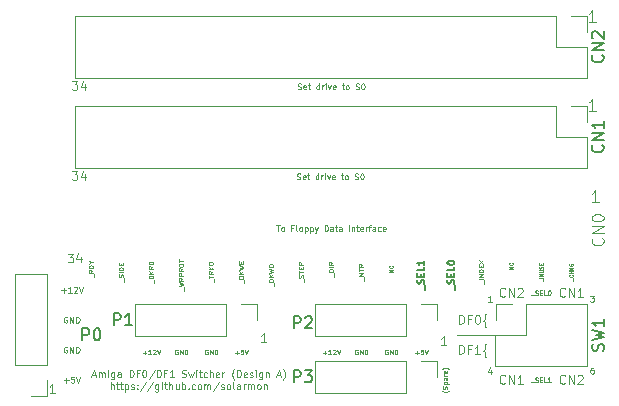
<source format=gbr>
G04 #@! TF.GenerationSoftware,KiCad,Pcbnew,(5.1.9)-1*
G04 #@! TF.CreationDate,2021-02-01T20:53:03+00:00*
G04 #@! TF.ProjectId,Amiga DF0 DF1 Switcher - Design A,416d6967-6120-4444-9630-204446312053,1*
G04 #@! TF.SameCoordinates,Original*
G04 #@! TF.FileFunction,Legend,Top*
G04 #@! TF.FilePolarity,Positive*
%FSLAX46Y46*%
G04 Gerber Fmt 4.6, Leading zero omitted, Abs format (unit mm)*
G04 Created by KiCad (PCBNEW (5.1.9)-1) date 2021-02-01 20:53:03*
%MOMM*%
%LPD*%
G01*
G04 APERTURE LIST*
%ADD10C,0.125000*%
%ADD11C,0.120000*%
%ADD12C,0.100000*%
%ADD13C,0.075000*%
%ADD14C,0.150000*%
G04 APERTURE END LIST*
D10*
X154595071Y-134377880D02*
X154666500Y-134401690D01*
X154785547Y-134401690D01*
X154833166Y-134377880D01*
X154856976Y-134354071D01*
X154880785Y-134306452D01*
X154880785Y-134258833D01*
X154856976Y-134211214D01*
X154833166Y-134187404D01*
X154785547Y-134163595D01*
X154690309Y-134139785D01*
X154642690Y-134115976D01*
X154618880Y-134092166D01*
X154595071Y-134044547D01*
X154595071Y-133996928D01*
X154618880Y-133949309D01*
X154642690Y-133925500D01*
X154690309Y-133901690D01*
X154809357Y-133901690D01*
X154880785Y-133925500D01*
X155285547Y-134377880D02*
X155237928Y-134401690D01*
X155142690Y-134401690D01*
X155095071Y-134377880D01*
X155071261Y-134330261D01*
X155071261Y-134139785D01*
X155095071Y-134092166D01*
X155142690Y-134068357D01*
X155237928Y-134068357D01*
X155285547Y-134092166D01*
X155309357Y-134139785D01*
X155309357Y-134187404D01*
X155071261Y-134235023D01*
X155452214Y-134068357D02*
X155642690Y-134068357D01*
X155523642Y-133901690D02*
X155523642Y-134330261D01*
X155547452Y-134377880D01*
X155595071Y-134401690D01*
X155642690Y-134401690D01*
X156404595Y-134401690D02*
X156404595Y-133901690D01*
X156404595Y-134377880D02*
X156356976Y-134401690D01*
X156261738Y-134401690D01*
X156214119Y-134377880D01*
X156190309Y-134354071D01*
X156166500Y-134306452D01*
X156166500Y-134163595D01*
X156190309Y-134115976D01*
X156214119Y-134092166D01*
X156261738Y-134068357D01*
X156356976Y-134068357D01*
X156404595Y-134092166D01*
X156642690Y-134401690D02*
X156642690Y-134068357D01*
X156642690Y-134163595D02*
X156666500Y-134115976D01*
X156690309Y-134092166D01*
X156737928Y-134068357D01*
X156785547Y-134068357D01*
X156952214Y-134401690D02*
X156952214Y-134068357D01*
X156952214Y-133901690D02*
X156928404Y-133925500D01*
X156952214Y-133949309D01*
X156976023Y-133925500D01*
X156952214Y-133901690D01*
X156952214Y-133949309D01*
X157142690Y-134068357D02*
X157261738Y-134401690D01*
X157380785Y-134068357D01*
X157761738Y-134377880D02*
X157714119Y-134401690D01*
X157618880Y-134401690D01*
X157571261Y-134377880D01*
X157547452Y-134330261D01*
X157547452Y-134139785D01*
X157571261Y-134092166D01*
X157618880Y-134068357D01*
X157714119Y-134068357D01*
X157761738Y-134092166D01*
X157785547Y-134139785D01*
X157785547Y-134187404D01*
X157547452Y-134235023D01*
X158309357Y-134068357D02*
X158499833Y-134068357D01*
X158380785Y-133901690D02*
X158380785Y-134330261D01*
X158404595Y-134377880D01*
X158452214Y-134401690D01*
X158499833Y-134401690D01*
X158737928Y-134401690D02*
X158690309Y-134377880D01*
X158666500Y-134354071D01*
X158642690Y-134306452D01*
X158642690Y-134163595D01*
X158666500Y-134115976D01*
X158690309Y-134092166D01*
X158737928Y-134068357D01*
X158809357Y-134068357D01*
X158856976Y-134092166D01*
X158880785Y-134115976D01*
X158904595Y-134163595D01*
X158904595Y-134306452D01*
X158880785Y-134354071D01*
X158856976Y-134377880D01*
X158809357Y-134401690D01*
X158737928Y-134401690D01*
X159476023Y-134377880D02*
X159547452Y-134401690D01*
X159666500Y-134401690D01*
X159714119Y-134377880D01*
X159737928Y-134354071D01*
X159761738Y-134306452D01*
X159761738Y-134258833D01*
X159737928Y-134211214D01*
X159714119Y-134187404D01*
X159666500Y-134163595D01*
X159571261Y-134139785D01*
X159523642Y-134115976D01*
X159499833Y-134092166D01*
X159476023Y-134044547D01*
X159476023Y-133996928D01*
X159499833Y-133949309D01*
X159523642Y-133925500D01*
X159571261Y-133901690D01*
X159690309Y-133901690D01*
X159761738Y-133925500D01*
X160071261Y-133901690D02*
X160118880Y-133901690D01*
X160166500Y-133925500D01*
X160190309Y-133949309D01*
X160214119Y-133996928D01*
X160237928Y-134092166D01*
X160237928Y-134211214D01*
X160214119Y-134306452D01*
X160190309Y-134354071D01*
X160166500Y-134377880D01*
X160118880Y-134401690D01*
X160071261Y-134401690D01*
X160023642Y-134377880D01*
X159999833Y-134354071D01*
X159976023Y-134306452D01*
X159952214Y-134211214D01*
X159952214Y-134092166D01*
X159976023Y-133996928D01*
X159999833Y-133949309D01*
X160023642Y-133925500D01*
X160071261Y-133901690D01*
X154658571Y-126757880D02*
X154730000Y-126781690D01*
X154849047Y-126781690D01*
X154896666Y-126757880D01*
X154920476Y-126734071D01*
X154944285Y-126686452D01*
X154944285Y-126638833D01*
X154920476Y-126591214D01*
X154896666Y-126567404D01*
X154849047Y-126543595D01*
X154753809Y-126519785D01*
X154706190Y-126495976D01*
X154682380Y-126472166D01*
X154658571Y-126424547D01*
X154658571Y-126376928D01*
X154682380Y-126329309D01*
X154706190Y-126305500D01*
X154753809Y-126281690D01*
X154872857Y-126281690D01*
X154944285Y-126305500D01*
X155349047Y-126757880D02*
X155301428Y-126781690D01*
X155206190Y-126781690D01*
X155158571Y-126757880D01*
X155134761Y-126710261D01*
X155134761Y-126519785D01*
X155158571Y-126472166D01*
X155206190Y-126448357D01*
X155301428Y-126448357D01*
X155349047Y-126472166D01*
X155372857Y-126519785D01*
X155372857Y-126567404D01*
X155134761Y-126615023D01*
X155515714Y-126448357D02*
X155706190Y-126448357D01*
X155587142Y-126281690D02*
X155587142Y-126710261D01*
X155610952Y-126757880D01*
X155658571Y-126781690D01*
X155706190Y-126781690D01*
X156468095Y-126781690D02*
X156468095Y-126281690D01*
X156468095Y-126757880D02*
X156420476Y-126781690D01*
X156325238Y-126781690D01*
X156277619Y-126757880D01*
X156253809Y-126734071D01*
X156230000Y-126686452D01*
X156230000Y-126543595D01*
X156253809Y-126495976D01*
X156277619Y-126472166D01*
X156325238Y-126448357D01*
X156420476Y-126448357D01*
X156468095Y-126472166D01*
X156706190Y-126781690D02*
X156706190Y-126448357D01*
X156706190Y-126543595D02*
X156730000Y-126495976D01*
X156753809Y-126472166D01*
X156801428Y-126448357D01*
X156849047Y-126448357D01*
X157015714Y-126781690D02*
X157015714Y-126448357D01*
X157015714Y-126281690D02*
X156991904Y-126305500D01*
X157015714Y-126329309D01*
X157039523Y-126305500D01*
X157015714Y-126281690D01*
X157015714Y-126329309D01*
X157206190Y-126448357D02*
X157325238Y-126781690D01*
X157444285Y-126448357D01*
X157825238Y-126757880D02*
X157777619Y-126781690D01*
X157682380Y-126781690D01*
X157634761Y-126757880D01*
X157610952Y-126710261D01*
X157610952Y-126519785D01*
X157634761Y-126472166D01*
X157682380Y-126448357D01*
X157777619Y-126448357D01*
X157825238Y-126472166D01*
X157849047Y-126519785D01*
X157849047Y-126567404D01*
X157610952Y-126615023D01*
X158372857Y-126448357D02*
X158563333Y-126448357D01*
X158444285Y-126281690D02*
X158444285Y-126710261D01*
X158468095Y-126757880D01*
X158515714Y-126781690D01*
X158563333Y-126781690D01*
X158801428Y-126781690D02*
X158753809Y-126757880D01*
X158730000Y-126734071D01*
X158706190Y-126686452D01*
X158706190Y-126543595D01*
X158730000Y-126495976D01*
X158753809Y-126472166D01*
X158801428Y-126448357D01*
X158872857Y-126448357D01*
X158920476Y-126472166D01*
X158944285Y-126495976D01*
X158968095Y-126543595D01*
X158968095Y-126686452D01*
X158944285Y-126734071D01*
X158920476Y-126757880D01*
X158872857Y-126781690D01*
X158801428Y-126781690D01*
X159539523Y-126757880D02*
X159610952Y-126781690D01*
X159730000Y-126781690D01*
X159777619Y-126757880D01*
X159801428Y-126734071D01*
X159825238Y-126686452D01*
X159825238Y-126638833D01*
X159801428Y-126591214D01*
X159777619Y-126567404D01*
X159730000Y-126543595D01*
X159634761Y-126519785D01*
X159587142Y-126495976D01*
X159563333Y-126472166D01*
X159539523Y-126424547D01*
X159539523Y-126376928D01*
X159563333Y-126329309D01*
X159587142Y-126305500D01*
X159634761Y-126281690D01*
X159753809Y-126281690D01*
X159825238Y-126305500D01*
X160134761Y-126281690D02*
X160182380Y-126281690D01*
X160230000Y-126305500D01*
X160253809Y-126329309D01*
X160277619Y-126376928D01*
X160301428Y-126472166D01*
X160301428Y-126591214D01*
X160277619Y-126686452D01*
X160253809Y-126734071D01*
X160230000Y-126757880D01*
X160182380Y-126781690D01*
X160134761Y-126781690D01*
X160087142Y-126757880D01*
X160063333Y-126734071D01*
X160039523Y-126686452D01*
X160015714Y-126591214D01*
X160015714Y-126472166D01*
X160039523Y-126376928D01*
X160063333Y-126329309D01*
X160087142Y-126305500D01*
X160134761Y-126281690D01*
X152825238Y-138283190D02*
X153110952Y-138283190D01*
X152968095Y-138783190D02*
X152968095Y-138283190D01*
X153349047Y-138783190D02*
X153301428Y-138759380D01*
X153277619Y-138735571D01*
X153253809Y-138687952D01*
X153253809Y-138545095D01*
X153277619Y-138497476D01*
X153301428Y-138473666D01*
X153349047Y-138449857D01*
X153420476Y-138449857D01*
X153468095Y-138473666D01*
X153491904Y-138497476D01*
X153515714Y-138545095D01*
X153515714Y-138687952D01*
X153491904Y-138735571D01*
X153468095Y-138759380D01*
X153420476Y-138783190D01*
X153349047Y-138783190D01*
X154277619Y-138521285D02*
X154110952Y-138521285D01*
X154110952Y-138783190D02*
X154110952Y-138283190D01*
X154349047Y-138283190D01*
X154610952Y-138783190D02*
X154563333Y-138759380D01*
X154539523Y-138711761D01*
X154539523Y-138283190D01*
X154872857Y-138783190D02*
X154825238Y-138759380D01*
X154801428Y-138735571D01*
X154777619Y-138687952D01*
X154777619Y-138545095D01*
X154801428Y-138497476D01*
X154825238Y-138473666D01*
X154872857Y-138449857D01*
X154944285Y-138449857D01*
X154991904Y-138473666D01*
X155015714Y-138497476D01*
X155039523Y-138545095D01*
X155039523Y-138687952D01*
X155015714Y-138735571D01*
X154991904Y-138759380D01*
X154944285Y-138783190D01*
X154872857Y-138783190D01*
X155253809Y-138449857D02*
X155253809Y-138949857D01*
X155253809Y-138473666D02*
X155301428Y-138449857D01*
X155396666Y-138449857D01*
X155444285Y-138473666D01*
X155468095Y-138497476D01*
X155491904Y-138545095D01*
X155491904Y-138687952D01*
X155468095Y-138735571D01*
X155444285Y-138759380D01*
X155396666Y-138783190D01*
X155301428Y-138783190D01*
X155253809Y-138759380D01*
X155706190Y-138449857D02*
X155706190Y-138949857D01*
X155706190Y-138473666D02*
X155753809Y-138449857D01*
X155849047Y-138449857D01*
X155896666Y-138473666D01*
X155920476Y-138497476D01*
X155944285Y-138545095D01*
X155944285Y-138687952D01*
X155920476Y-138735571D01*
X155896666Y-138759380D01*
X155849047Y-138783190D01*
X155753809Y-138783190D01*
X155706190Y-138759380D01*
X156110952Y-138449857D02*
X156230000Y-138783190D01*
X156349047Y-138449857D02*
X156230000Y-138783190D01*
X156182380Y-138902238D01*
X156158571Y-138926047D01*
X156110952Y-138949857D01*
X156920476Y-138783190D02*
X156920476Y-138283190D01*
X157039523Y-138283190D01*
X157110952Y-138307000D01*
X157158571Y-138354619D01*
X157182380Y-138402238D01*
X157206190Y-138497476D01*
X157206190Y-138568904D01*
X157182380Y-138664142D01*
X157158571Y-138711761D01*
X157110952Y-138759380D01*
X157039523Y-138783190D01*
X156920476Y-138783190D01*
X157634761Y-138783190D02*
X157634761Y-138521285D01*
X157610952Y-138473666D01*
X157563333Y-138449857D01*
X157468095Y-138449857D01*
X157420476Y-138473666D01*
X157634761Y-138759380D02*
X157587142Y-138783190D01*
X157468095Y-138783190D01*
X157420476Y-138759380D01*
X157396666Y-138711761D01*
X157396666Y-138664142D01*
X157420476Y-138616523D01*
X157468095Y-138592714D01*
X157587142Y-138592714D01*
X157634761Y-138568904D01*
X157801428Y-138449857D02*
X157991904Y-138449857D01*
X157872857Y-138283190D02*
X157872857Y-138711761D01*
X157896666Y-138759380D01*
X157944285Y-138783190D01*
X157991904Y-138783190D01*
X158372857Y-138783190D02*
X158372857Y-138521285D01*
X158349047Y-138473666D01*
X158301428Y-138449857D01*
X158206190Y-138449857D01*
X158158571Y-138473666D01*
X158372857Y-138759380D02*
X158325238Y-138783190D01*
X158206190Y-138783190D01*
X158158571Y-138759380D01*
X158134761Y-138711761D01*
X158134761Y-138664142D01*
X158158571Y-138616523D01*
X158206190Y-138592714D01*
X158325238Y-138592714D01*
X158372857Y-138568904D01*
X158991904Y-138783190D02*
X158991904Y-138283190D01*
X159230000Y-138449857D02*
X159230000Y-138783190D01*
X159230000Y-138497476D02*
X159253809Y-138473666D01*
X159301428Y-138449857D01*
X159372857Y-138449857D01*
X159420476Y-138473666D01*
X159444285Y-138521285D01*
X159444285Y-138783190D01*
X159610952Y-138449857D02*
X159801428Y-138449857D01*
X159682380Y-138283190D02*
X159682380Y-138711761D01*
X159706190Y-138759380D01*
X159753809Y-138783190D01*
X159801428Y-138783190D01*
X160158571Y-138759380D02*
X160110952Y-138783190D01*
X160015714Y-138783190D01*
X159968095Y-138759380D01*
X159944285Y-138711761D01*
X159944285Y-138521285D01*
X159968095Y-138473666D01*
X160015714Y-138449857D01*
X160110952Y-138449857D01*
X160158571Y-138473666D01*
X160182380Y-138521285D01*
X160182380Y-138568904D01*
X159944285Y-138616523D01*
X160396666Y-138783190D02*
X160396666Y-138449857D01*
X160396666Y-138545095D02*
X160420476Y-138497476D01*
X160444285Y-138473666D01*
X160491904Y-138449857D01*
X160539523Y-138449857D01*
X160634761Y-138449857D02*
X160825238Y-138449857D01*
X160706190Y-138783190D02*
X160706190Y-138354619D01*
X160730000Y-138307000D01*
X160777619Y-138283190D01*
X160825238Y-138283190D01*
X161206190Y-138783190D02*
X161206190Y-138521285D01*
X161182380Y-138473666D01*
X161134761Y-138449857D01*
X161039523Y-138449857D01*
X160991904Y-138473666D01*
X161206190Y-138759380D02*
X161158571Y-138783190D01*
X161039523Y-138783190D01*
X160991904Y-138759380D01*
X160968095Y-138711761D01*
X160968095Y-138664142D01*
X160991904Y-138616523D01*
X161039523Y-138592714D01*
X161158571Y-138592714D01*
X161206190Y-138568904D01*
X161658571Y-138759380D02*
X161610952Y-138783190D01*
X161515714Y-138783190D01*
X161468095Y-138759380D01*
X161444285Y-138735571D01*
X161420476Y-138687952D01*
X161420476Y-138545095D01*
X161444285Y-138497476D01*
X161468095Y-138473666D01*
X161515714Y-138449857D01*
X161610952Y-138449857D01*
X161658571Y-138473666D01*
X162063333Y-138759380D02*
X162015714Y-138783190D01*
X161920476Y-138783190D01*
X161872857Y-138759380D01*
X161849047Y-138711761D01*
X161849047Y-138521285D01*
X161872857Y-138473666D01*
X161920476Y-138449857D01*
X162015714Y-138449857D01*
X162063333Y-138473666D01*
X162087142Y-138521285D01*
X162087142Y-138568904D01*
X161849047Y-138616523D01*
X135536857Y-126081285D02*
X136001142Y-126081285D01*
X135751142Y-126367000D01*
X135858285Y-126367000D01*
X135929714Y-126402714D01*
X135965428Y-126438428D01*
X136001142Y-126509857D01*
X136001142Y-126688428D01*
X135965428Y-126759857D01*
X135929714Y-126795571D01*
X135858285Y-126831285D01*
X135644000Y-126831285D01*
X135572571Y-126795571D01*
X135536857Y-126759857D01*
X136644000Y-126331285D02*
X136644000Y-126831285D01*
X136465428Y-126045571D02*
X136286857Y-126581285D01*
X136751142Y-126581285D01*
X135536857Y-133701285D02*
X136001142Y-133701285D01*
X135751142Y-133987000D01*
X135858285Y-133987000D01*
X135929714Y-134022714D01*
X135965428Y-134058428D01*
X136001142Y-134129857D01*
X136001142Y-134308428D01*
X135965428Y-134379857D01*
X135929714Y-134415571D01*
X135858285Y-134451285D01*
X135644000Y-134451285D01*
X135572571Y-134415571D01*
X135536857Y-134379857D01*
X136644000Y-133951285D02*
X136644000Y-134451285D01*
X136465428Y-133665571D02*
X136286857Y-134201285D01*
X136751142Y-134201285D01*
D11*
X171450000Y-147574000D02*
X168148000Y-147574000D01*
D12*
X167465333Y-152288761D02*
X167446285Y-152307809D01*
X167389142Y-152345904D01*
X167351047Y-152364952D01*
X167293904Y-152384000D01*
X167198666Y-152403047D01*
X167122476Y-152403047D01*
X167027238Y-152384000D01*
X166970095Y-152364952D01*
X166932000Y-152345904D01*
X166874857Y-152307809D01*
X166855809Y-152288761D01*
X167293904Y-152155428D02*
X167312952Y-152098285D01*
X167312952Y-152003047D01*
X167293904Y-151964952D01*
X167274857Y-151945904D01*
X167236761Y-151926857D01*
X167198666Y-151926857D01*
X167160571Y-151945904D01*
X167141523Y-151964952D01*
X167122476Y-152003047D01*
X167103428Y-152079238D01*
X167084380Y-152117333D01*
X167065333Y-152136380D01*
X167027238Y-152155428D01*
X166989142Y-152155428D01*
X166951047Y-152136380D01*
X166932000Y-152117333D01*
X166912952Y-152079238D01*
X166912952Y-151984000D01*
X166932000Y-151926857D01*
X167046285Y-151755428D02*
X167446285Y-151755428D01*
X167065333Y-151755428D02*
X167046285Y-151717333D01*
X167046285Y-151641142D01*
X167065333Y-151603047D01*
X167084380Y-151584000D01*
X167122476Y-151564952D01*
X167236761Y-151564952D01*
X167274857Y-151584000D01*
X167293904Y-151603047D01*
X167312952Y-151641142D01*
X167312952Y-151717333D01*
X167293904Y-151755428D01*
X167312952Y-151222095D02*
X167103428Y-151222095D01*
X167065333Y-151241142D01*
X167046285Y-151279238D01*
X167046285Y-151355428D01*
X167065333Y-151393523D01*
X167293904Y-151222095D02*
X167312952Y-151260190D01*
X167312952Y-151355428D01*
X167293904Y-151393523D01*
X167255809Y-151412571D01*
X167217714Y-151412571D01*
X167179619Y-151393523D01*
X167160571Y-151355428D01*
X167160571Y-151260190D01*
X167141523Y-151222095D01*
X167312952Y-151031619D02*
X167046285Y-151031619D01*
X167122476Y-151031619D02*
X167084380Y-151012571D01*
X167065333Y-150993523D01*
X167046285Y-150955428D01*
X167046285Y-150917333D01*
X167293904Y-150631619D02*
X167312952Y-150669714D01*
X167312952Y-150745904D01*
X167293904Y-150784000D01*
X167255809Y-150803047D01*
X167103428Y-150803047D01*
X167065333Y-150784000D01*
X167046285Y-150745904D01*
X167046285Y-150669714D01*
X167065333Y-150631619D01*
X167103428Y-150612571D01*
X167141523Y-150612571D01*
X167179619Y-150803047D01*
X167465333Y-150479238D02*
X167446285Y-150460190D01*
X167389142Y-150422095D01*
X167351047Y-150403047D01*
X167293904Y-150384000D01*
X167198666Y-150364952D01*
X167122476Y-150364952D01*
X167027238Y-150384000D01*
X166970095Y-150403047D01*
X166932000Y-150422095D01*
X166874857Y-150460190D01*
X166855809Y-150479238D01*
D10*
X135155857Y-140686285D02*
X135620142Y-140686285D01*
X135370142Y-140972000D01*
X135477285Y-140972000D01*
X135548714Y-141007714D01*
X135584428Y-141043428D01*
X135620142Y-141114857D01*
X135620142Y-141293428D01*
X135584428Y-141364857D01*
X135548714Y-141400571D01*
X135477285Y-141436285D01*
X135263000Y-141436285D01*
X135191571Y-141400571D01*
X135155857Y-141364857D01*
X136263000Y-140936285D02*
X136263000Y-141436285D01*
X136084428Y-140650571D02*
X135905857Y-141186285D01*
X136370142Y-141186285D01*
X180443142Y-139374476D02*
X180490761Y-139422095D01*
X180538380Y-139564952D01*
X180538380Y-139660190D01*
X180490761Y-139803047D01*
X180395523Y-139898285D01*
X180300285Y-139945904D01*
X180109809Y-139993523D01*
X179966952Y-139993523D01*
X179776476Y-139945904D01*
X179681238Y-139898285D01*
X179586000Y-139803047D01*
X179538380Y-139660190D01*
X179538380Y-139564952D01*
X179586000Y-139422095D01*
X179633619Y-139374476D01*
X180538380Y-138945904D02*
X179538380Y-138945904D01*
X180538380Y-138374476D01*
X179538380Y-138374476D01*
X179538380Y-137707809D02*
X179538380Y-137612571D01*
X179586000Y-137517333D01*
X179633619Y-137469714D01*
X179728857Y-137422095D01*
X179919333Y-137374476D01*
X180157428Y-137374476D01*
X180347904Y-137422095D01*
X180443142Y-137469714D01*
X180490761Y-137517333D01*
X180538380Y-137612571D01*
X180538380Y-137707809D01*
X180490761Y-137803047D01*
X180443142Y-137850666D01*
X180347904Y-137898285D01*
X180157428Y-137945904D01*
X179919333Y-137945904D01*
X179728857Y-137898285D01*
X179633619Y-137850666D01*
X179586000Y-137803047D01*
X179538380Y-137707809D01*
X168293000Y-149183285D02*
X168293000Y-148433285D01*
X168471571Y-148433285D01*
X168578714Y-148469000D01*
X168650142Y-148540428D01*
X168685857Y-148611857D01*
X168721571Y-148754714D01*
X168721571Y-148861857D01*
X168685857Y-149004714D01*
X168650142Y-149076142D01*
X168578714Y-149147571D01*
X168471571Y-149183285D01*
X168293000Y-149183285D01*
X169293000Y-148790428D02*
X169043000Y-148790428D01*
X169043000Y-149183285D02*
X169043000Y-148433285D01*
X169400142Y-148433285D01*
X170078714Y-149183285D02*
X169650142Y-149183285D01*
X169864428Y-149183285D02*
X169864428Y-148433285D01*
X169793000Y-148540428D01*
X169721571Y-148611857D01*
X169650142Y-148647571D01*
X170614428Y-149469000D02*
X170578714Y-149469000D01*
X170507285Y-149433285D01*
X170471571Y-149361857D01*
X170471571Y-149004714D01*
X170435857Y-148933285D01*
X170364428Y-148897571D01*
X170435857Y-148861857D01*
X170471571Y-148790428D01*
X170471571Y-148433285D01*
X170507285Y-148361857D01*
X170578714Y-148326142D01*
X170614428Y-148326142D01*
X168293000Y-146643285D02*
X168293000Y-145893285D01*
X168471571Y-145893285D01*
X168578714Y-145929000D01*
X168650142Y-146000428D01*
X168685857Y-146071857D01*
X168721571Y-146214714D01*
X168721571Y-146321857D01*
X168685857Y-146464714D01*
X168650142Y-146536142D01*
X168578714Y-146607571D01*
X168471571Y-146643285D01*
X168293000Y-146643285D01*
X169293000Y-146250428D02*
X169043000Y-146250428D01*
X169043000Y-146643285D02*
X169043000Y-145893285D01*
X169400142Y-145893285D01*
X169828714Y-145893285D02*
X169900142Y-145893285D01*
X169971571Y-145929000D01*
X170007285Y-145964714D01*
X170043000Y-146036142D01*
X170078714Y-146179000D01*
X170078714Y-146357571D01*
X170043000Y-146500428D01*
X170007285Y-146571857D01*
X169971571Y-146607571D01*
X169900142Y-146643285D01*
X169828714Y-146643285D01*
X169757285Y-146607571D01*
X169721571Y-146571857D01*
X169685857Y-146500428D01*
X169650142Y-146357571D01*
X169650142Y-146179000D01*
X169685857Y-146036142D01*
X169721571Y-145964714D01*
X169757285Y-145929000D01*
X169828714Y-145893285D01*
X170614428Y-146929000D02*
X170578714Y-146929000D01*
X170507285Y-146893285D01*
X170471571Y-146821857D01*
X170471571Y-146464714D01*
X170435857Y-146393285D01*
X170364428Y-146357571D01*
X170435857Y-146321857D01*
X170471571Y-146250428D01*
X170471571Y-145893285D01*
X170507285Y-145821857D01*
X170578714Y-145786142D01*
X170614428Y-145786142D01*
X137243571Y-150971500D02*
X137529285Y-150971500D01*
X137186428Y-151142928D02*
X137386428Y-150542928D01*
X137586428Y-151142928D01*
X137786428Y-151142928D02*
X137786428Y-150742928D01*
X137786428Y-150800071D02*
X137815000Y-150771500D01*
X137872142Y-150742928D01*
X137957857Y-150742928D01*
X138015000Y-150771500D01*
X138043571Y-150828642D01*
X138043571Y-151142928D01*
X138043571Y-150828642D02*
X138072142Y-150771500D01*
X138129285Y-150742928D01*
X138215000Y-150742928D01*
X138272142Y-150771500D01*
X138300714Y-150828642D01*
X138300714Y-151142928D01*
X138586428Y-151142928D02*
X138586428Y-150742928D01*
X138586428Y-150542928D02*
X138557857Y-150571500D01*
X138586428Y-150600071D01*
X138615000Y-150571500D01*
X138586428Y-150542928D01*
X138586428Y-150600071D01*
X139129285Y-150742928D02*
X139129285Y-151228642D01*
X139100714Y-151285785D01*
X139072142Y-151314357D01*
X139015000Y-151342928D01*
X138929285Y-151342928D01*
X138872142Y-151314357D01*
X139129285Y-151114357D02*
X139072142Y-151142928D01*
X138957857Y-151142928D01*
X138900714Y-151114357D01*
X138872142Y-151085785D01*
X138843571Y-151028642D01*
X138843571Y-150857214D01*
X138872142Y-150800071D01*
X138900714Y-150771500D01*
X138957857Y-150742928D01*
X139072142Y-150742928D01*
X139129285Y-150771500D01*
X139672142Y-151142928D02*
X139672142Y-150828642D01*
X139643571Y-150771500D01*
X139586428Y-150742928D01*
X139472142Y-150742928D01*
X139415000Y-150771500D01*
X139672142Y-151114357D02*
X139615000Y-151142928D01*
X139472142Y-151142928D01*
X139415000Y-151114357D01*
X139386428Y-151057214D01*
X139386428Y-151000071D01*
X139415000Y-150942928D01*
X139472142Y-150914357D01*
X139615000Y-150914357D01*
X139672142Y-150885785D01*
X140415000Y-151142928D02*
X140415000Y-150542928D01*
X140557857Y-150542928D01*
X140643571Y-150571500D01*
X140700714Y-150628642D01*
X140729285Y-150685785D01*
X140757857Y-150800071D01*
X140757857Y-150885785D01*
X140729285Y-151000071D01*
X140700714Y-151057214D01*
X140643571Y-151114357D01*
X140557857Y-151142928D01*
X140415000Y-151142928D01*
X141215000Y-150828642D02*
X141015000Y-150828642D01*
X141015000Y-151142928D02*
X141015000Y-150542928D01*
X141300714Y-150542928D01*
X141643571Y-150542928D02*
X141700714Y-150542928D01*
X141757857Y-150571500D01*
X141786428Y-150600071D01*
X141815000Y-150657214D01*
X141843571Y-150771500D01*
X141843571Y-150914357D01*
X141815000Y-151028642D01*
X141786428Y-151085785D01*
X141757857Y-151114357D01*
X141700714Y-151142928D01*
X141643571Y-151142928D01*
X141586428Y-151114357D01*
X141557857Y-151085785D01*
X141529285Y-151028642D01*
X141500714Y-150914357D01*
X141500714Y-150771500D01*
X141529285Y-150657214D01*
X141557857Y-150600071D01*
X141586428Y-150571500D01*
X141643571Y-150542928D01*
X142529285Y-150514357D02*
X142015000Y-151285785D01*
X142729285Y-151142928D02*
X142729285Y-150542928D01*
X142872142Y-150542928D01*
X142957857Y-150571500D01*
X143015000Y-150628642D01*
X143043571Y-150685785D01*
X143072142Y-150800071D01*
X143072142Y-150885785D01*
X143043571Y-151000071D01*
X143015000Y-151057214D01*
X142957857Y-151114357D01*
X142872142Y-151142928D01*
X142729285Y-151142928D01*
X143529285Y-150828642D02*
X143329285Y-150828642D01*
X143329285Y-151142928D02*
X143329285Y-150542928D01*
X143615000Y-150542928D01*
X144157857Y-151142928D02*
X143815000Y-151142928D01*
X143986428Y-151142928D02*
X143986428Y-150542928D01*
X143929285Y-150628642D01*
X143872142Y-150685785D01*
X143815000Y-150714357D01*
X144843571Y-151114357D02*
X144929285Y-151142928D01*
X145072142Y-151142928D01*
X145129285Y-151114357D01*
X145157857Y-151085785D01*
X145186428Y-151028642D01*
X145186428Y-150971500D01*
X145157857Y-150914357D01*
X145129285Y-150885785D01*
X145072142Y-150857214D01*
X144957857Y-150828642D01*
X144900714Y-150800071D01*
X144872142Y-150771500D01*
X144843571Y-150714357D01*
X144843571Y-150657214D01*
X144872142Y-150600071D01*
X144900714Y-150571500D01*
X144957857Y-150542928D01*
X145100714Y-150542928D01*
X145186428Y-150571500D01*
X145386428Y-150742928D02*
X145500714Y-151142928D01*
X145615000Y-150857214D01*
X145729285Y-151142928D01*
X145843571Y-150742928D01*
X146072142Y-151142928D02*
X146072142Y-150742928D01*
X146072142Y-150542928D02*
X146043571Y-150571500D01*
X146072142Y-150600071D01*
X146100714Y-150571500D01*
X146072142Y-150542928D01*
X146072142Y-150600071D01*
X146272142Y-150742928D02*
X146500714Y-150742928D01*
X146357857Y-150542928D02*
X146357857Y-151057214D01*
X146386428Y-151114357D01*
X146443571Y-151142928D01*
X146500714Y-151142928D01*
X146957857Y-151114357D02*
X146900714Y-151142928D01*
X146786428Y-151142928D01*
X146729285Y-151114357D01*
X146700714Y-151085785D01*
X146672142Y-151028642D01*
X146672142Y-150857214D01*
X146700714Y-150800071D01*
X146729285Y-150771500D01*
X146786428Y-150742928D01*
X146900714Y-150742928D01*
X146957857Y-150771500D01*
X147215000Y-151142928D02*
X147215000Y-150542928D01*
X147472142Y-151142928D02*
X147472142Y-150828642D01*
X147443571Y-150771500D01*
X147386428Y-150742928D01*
X147300714Y-150742928D01*
X147243571Y-150771500D01*
X147215000Y-150800071D01*
X147986428Y-151114357D02*
X147929285Y-151142928D01*
X147815000Y-151142928D01*
X147757857Y-151114357D01*
X147729285Y-151057214D01*
X147729285Y-150828642D01*
X147757857Y-150771500D01*
X147815000Y-150742928D01*
X147929285Y-150742928D01*
X147986428Y-150771500D01*
X148015000Y-150828642D01*
X148015000Y-150885785D01*
X147729285Y-150942928D01*
X148272142Y-151142928D02*
X148272142Y-150742928D01*
X148272142Y-150857214D02*
X148300714Y-150800071D01*
X148329285Y-150771500D01*
X148386428Y-150742928D01*
X148443571Y-150742928D01*
X149272142Y-151371500D02*
X149243571Y-151342928D01*
X149186428Y-151257214D01*
X149157857Y-151200071D01*
X149129285Y-151114357D01*
X149100714Y-150971500D01*
X149100714Y-150857214D01*
X149129285Y-150714357D01*
X149157857Y-150628642D01*
X149186428Y-150571500D01*
X149243571Y-150485785D01*
X149272142Y-150457214D01*
X149500714Y-151142928D02*
X149500714Y-150542928D01*
X149643571Y-150542928D01*
X149729285Y-150571500D01*
X149786428Y-150628642D01*
X149815000Y-150685785D01*
X149843571Y-150800071D01*
X149843571Y-150885785D01*
X149815000Y-151000071D01*
X149786428Y-151057214D01*
X149729285Y-151114357D01*
X149643571Y-151142928D01*
X149500714Y-151142928D01*
X150329285Y-151114357D02*
X150272142Y-151142928D01*
X150157857Y-151142928D01*
X150100714Y-151114357D01*
X150072142Y-151057214D01*
X150072142Y-150828642D01*
X150100714Y-150771500D01*
X150157857Y-150742928D01*
X150272142Y-150742928D01*
X150329285Y-150771500D01*
X150357857Y-150828642D01*
X150357857Y-150885785D01*
X150072142Y-150942928D01*
X150586428Y-151114357D02*
X150643571Y-151142928D01*
X150757857Y-151142928D01*
X150815000Y-151114357D01*
X150843571Y-151057214D01*
X150843571Y-151028642D01*
X150815000Y-150971500D01*
X150757857Y-150942928D01*
X150672142Y-150942928D01*
X150615000Y-150914357D01*
X150586428Y-150857214D01*
X150586428Y-150828642D01*
X150615000Y-150771500D01*
X150672142Y-150742928D01*
X150757857Y-150742928D01*
X150815000Y-150771500D01*
X151100714Y-151142928D02*
X151100714Y-150742928D01*
X151100714Y-150542928D02*
X151072142Y-150571500D01*
X151100714Y-150600071D01*
X151129285Y-150571500D01*
X151100714Y-150542928D01*
X151100714Y-150600071D01*
X151643571Y-150742928D02*
X151643571Y-151228642D01*
X151615000Y-151285785D01*
X151586428Y-151314357D01*
X151529285Y-151342928D01*
X151443571Y-151342928D01*
X151386428Y-151314357D01*
X151643571Y-151114357D02*
X151586428Y-151142928D01*
X151472142Y-151142928D01*
X151415000Y-151114357D01*
X151386428Y-151085785D01*
X151357857Y-151028642D01*
X151357857Y-150857214D01*
X151386428Y-150800071D01*
X151415000Y-150771500D01*
X151472142Y-150742928D01*
X151586428Y-150742928D01*
X151643571Y-150771500D01*
X151929285Y-150742928D02*
X151929285Y-151142928D01*
X151929285Y-150800071D02*
X151957857Y-150771500D01*
X152015000Y-150742928D01*
X152100714Y-150742928D01*
X152157857Y-150771500D01*
X152186428Y-150828642D01*
X152186428Y-151142928D01*
X152900714Y-150971500D02*
X153186428Y-150971500D01*
X152843571Y-151142928D02*
X153043571Y-150542928D01*
X153243571Y-151142928D01*
X153386428Y-151371500D02*
X153415000Y-151342928D01*
X153472142Y-151257214D01*
X153500714Y-151200071D01*
X153529285Y-151114357D01*
X153557857Y-150971500D01*
X153557857Y-150857214D01*
X153529285Y-150714357D01*
X153500714Y-150628642D01*
X153472142Y-150571500D01*
X153415000Y-150485785D01*
X153386428Y-150457214D01*
X138800714Y-152167928D02*
X138800714Y-151567928D01*
X139057857Y-152167928D02*
X139057857Y-151853642D01*
X139029285Y-151796500D01*
X138972142Y-151767928D01*
X138886428Y-151767928D01*
X138829285Y-151796500D01*
X138800714Y-151825071D01*
X139257857Y-151767928D02*
X139486428Y-151767928D01*
X139343571Y-151567928D02*
X139343571Y-152082214D01*
X139372142Y-152139357D01*
X139429285Y-152167928D01*
X139486428Y-152167928D01*
X139600714Y-151767928D02*
X139829285Y-151767928D01*
X139686428Y-151567928D02*
X139686428Y-152082214D01*
X139715000Y-152139357D01*
X139772142Y-152167928D01*
X139829285Y-152167928D01*
X140029285Y-151767928D02*
X140029285Y-152367928D01*
X140029285Y-151796500D02*
X140086428Y-151767928D01*
X140200714Y-151767928D01*
X140257857Y-151796500D01*
X140286428Y-151825071D01*
X140315000Y-151882214D01*
X140315000Y-152053642D01*
X140286428Y-152110785D01*
X140257857Y-152139357D01*
X140200714Y-152167928D01*
X140086428Y-152167928D01*
X140029285Y-152139357D01*
X140543571Y-152139357D02*
X140600714Y-152167928D01*
X140715000Y-152167928D01*
X140772142Y-152139357D01*
X140800714Y-152082214D01*
X140800714Y-152053642D01*
X140772142Y-151996500D01*
X140715000Y-151967928D01*
X140629285Y-151967928D01*
X140572142Y-151939357D01*
X140543571Y-151882214D01*
X140543571Y-151853642D01*
X140572142Y-151796500D01*
X140629285Y-151767928D01*
X140715000Y-151767928D01*
X140772142Y-151796500D01*
X141057857Y-152110785D02*
X141086428Y-152139357D01*
X141057857Y-152167928D01*
X141029285Y-152139357D01*
X141057857Y-152110785D01*
X141057857Y-152167928D01*
X141057857Y-151796500D02*
X141086428Y-151825071D01*
X141057857Y-151853642D01*
X141029285Y-151825071D01*
X141057857Y-151796500D01*
X141057857Y-151853642D01*
X141772142Y-151539357D02*
X141257857Y-152310785D01*
X142400714Y-151539357D02*
X141886428Y-152310785D01*
X142857857Y-151767928D02*
X142857857Y-152253642D01*
X142829285Y-152310785D01*
X142800714Y-152339357D01*
X142743571Y-152367928D01*
X142657857Y-152367928D01*
X142600714Y-152339357D01*
X142857857Y-152139357D02*
X142800714Y-152167928D01*
X142686428Y-152167928D01*
X142629285Y-152139357D01*
X142600714Y-152110785D01*
X142572142Y-152053642D01*
X142572142Y-151882214D01*
X142600714Y-151825071D01*
X142629285Y-151796500D01*
X142686428Y-151767928D01*
X142800714Y-151767928D01*
X142857857Y-151796500D01*
X143143571Y-152167928D02*
X143143571Y-151767928D01*
X143143571Y-151567928D02*
X143115000Y-151596500D01*
X143143571Y-151625071D01*
X143172142Y-151596500D01*
X143143571Y-151567928D01*
X143143571Y-151625071D01*
X143343571Y-151767928D02*
X143572142Y-151767928D01*
X143429285Y-151567928D02*
X143429285Y-152082214D01*
X143457857Y-152139357D01*
X143515000Y-152167928D01*
X143572142Y-152167928D01*
X143772142Y-152167928D02*
X143772142Y-151567928D01*
X144029285Y-152167928D02*
X144029285Y-151853642D01*
X144000714Y-151796500D01*
X143943571Y-151767928D01*
X143857857Y-151767928D01*
X143800714Y-151796500D01*
X143772142Y-151825071D01*
X144572142Y-151767928D02*
X144572142Y-152167928D01*
X144315000Y-151767928D02*
X144315000Y-152082214D01*
X144343571Y-152139357D01*
X144400714Y-152167928D01*
X144486428Y-152167928D01*
X144543571Y-152139357D01*
X144572142Y-152110785D01*
X144857857Y-152167928D02*
X144857857Y-151567928D01*
X144857857Y-151796500D02*
X144915000Y-151767928D01*
X145029285Y-151767928D01*
X145086428Y-151796500D01*
X145115000Y-151825071D01*
X145143571Y-151882214D01*
X145143571Y-152053642D01*
X145115000Y-152110785D01*
X145086428Y-152139357D01*
X145029285Y-152167928D01*
X144915000Y-152167928D01*
X144857857Y-152139357D01*
X145400714Y-152110785D02*
X145429285Y-152139357D01*
X145400714Y-152167928D01*
X145372142Y-152139357D01*
X145400714Y-152110785D01*
X145400714Y-152167928D01*
X145943571Y-152139357D02*
X145886428Y-152167928D01*
X145772142Y-152167928D01*
X145715000Y-152139357D01*
X145686428Y-152110785D01*
X145657857Y-152053642D01*
X145657857Y-151882214D01*
X145686428Y-151825071D01*
X145715000Y-151796500D01*
X145772142Y-151767928D01*
X145886428Y-151767928D01*
X145943571Y-151796500D01*
X146286428Y-152167928D02*
X146229285Y-152139357D01*
X146200714Y-152110785D01*
X146172142Y-152053642D01*
X146172142Y-151882214D01*
X146200714Y-151825071D01*
X146229285Y-151796500D01*
X146286428Y-151767928D01*
X146372142Y-151767928D01*
X146429285Y-151796500D01*
X146457857Y-151825071D01*
X146486428Y-151882214D01*
X146486428Y-152053642D01*
X146457857Y-152110785D01*
X146429285Y-152139357D01*
X146372142Y-152167928D01*
X146286428Y-152167928D01*
X146743571Y-152167928D02*
X146743571Y-151767928D01*
X146743571Y-151825071D02*
X146772142Y-151796500D01*
X146829285Y-151767928D01*
X146915000Y-151767928D01*
X146972142Y-151796500D01*
X147000714Y-151853642D01*
X147000714Y-152167928D01*
X147000714Y-151853642D02*
X147029285Y-151796500D01*
X147086428Y-151767928D01*
X147172142Y-151767928D01*
X147229285Y-151796500D01*
X147257857Y-151853642D01*
X147257857Y-152167928D01*
X147972142Y-151539357D02*
X147457857Y-152310785D01*
X148143571Y-152139357D02*
X148200714Y-152167928D01*
X148315000Y-152167928D01*
X148372142Y-152139357D01*
X148400714Y-152082214D01*
X148400714Y-152053642D01*
X148372142Y-151996500D01*
X148315000Y-151967928D01*
X148229285Y-151967928D01*
X148172142Y-151939357D01*
X148143571Y-151882214D01*
X148143571Y-151853642D01*
X148172142Y-151796500D01*
X148229285Y-151767928D01*
X148315000Y-151767928D01*
X148372142Y-151796500D01*
X148743571Y-152167928D02*
X148686428Y-152139357D01*
X148657857Y-152110785D01*
X148629285Y-152053642D01*
X148629285Y-151882214D01*
X148657857Y-151825071D01*
X148686428Y-151796500D01*
X148743571Y-151767928D01*
X148829285Y-151767928D01*
X148886428Y-151796500D01*
X148915000Y-151825071D01*
X148943571Y-151882214D01*
X148943571Y-152053642D01*
X148915000Y-152110785D01*
X148886428Y-152139357D01*
X148829285Y-152167928D01*
X148743571Y-152167928D01*
X149286428Y-152167928D02*
X149229285Y-152139357D01*
X149200714Y-152082214D01*
X149200714Y-151567928D01*
X149772142Y-152167928D02*
X149772142Y-151853642D01*
X149743571Y-151796500D01*
X149686428Y-151767928D01*
X149572142Y-151767928D01*
X149515000Y-151796500D01*
X149772142Y-152139357D02*
X149715000Y-152167928D01*
X149572142Y-152167928D01*
X149515000Y-152139357D01*
X149486428Y-152082214D01*
X149486428Y-152025071D01*
X149515000Y-151967928D01*
X149572142Y-151939357D01*
X149715000Y-151939357D01*
X149772142Y-151910785D01*
X150057857Y-152167928D02*
X150057857Y-151767928D01*
X150057857Y-151882214D02*
X150086428Y-151825071D01*
X150115000Y-151796500D01*
X150172142Y-151767928D01*
X150229285Y-151767928D01*
X150429285Y-152167928D02*
X150429285Y-151767928D01*
X150429285Y-151825071D02*
X150457857Y-151796500D01*
X150515000Y-151767928D01*
X150600714Y-151767928D01*
X150657857Y-151796500D01*
X150686428Y-151853642D01*
X150686428Y-152167928D01*
X150686428Y-151853642D02*
X150715000Y-151796500D01*
X150772142Y-151767928D01*
X150857857Y-151767928D01*
X150915000Y-151796500D01*
X150943571Y-151853642D01*
X150943571Y-152167928D01*
X151315000Y-152167928D02*
X151257857Y-152139357D01*
X151229285Y-152110785D01*
X151200714Y-152053642D01*
X151200714Y-151882214D01*
X151229285Y-151825071D01*
X151257857Y-151796500D01*
X151315000Y-151767928D01*
X151400714Y-151767928D01*
X151457857Y-151796500D01*
X151486428Y-151825071D01*
X151515000Y-151882214D01*
X151515000Y-152053642D01*
X151486428Y-152110785D01*
X151457857Y-152139357D01*
X151400714Y-152167928D01*
X151315000Y-152167928D01*
X151772142Y-151767928D02*
X151772142Y-152167928D01*
X151772142Y-151825071D02*
X151800714Y-151796500D01*
X151857857Y-151767928D01*
X151943571Y-151767928D01*
X152000714Y-151796500D01*
X152029285Y-151853642D01*
X152029285Y-152167928D01*
X172202142Y-151651857D02*
X172166428Y-151687571D01*
X172059285Y-151723285D01*
X171987857Y-151723285D01*
X171880714Y-151687571D01*
X171809285Y-151616142D01*
X171773571Y-151544714D01*
X171737857Y-151401857D01*
X171737857Y-151294714D01*
X171773571Y-151151857D01*
X171809285Y-151080428D01*
X171880714Y-151009000D01*
X171987857Y-150973285D01*
X172059285Y-150973285D01*
X172166428Y-151009000D01*
X172202142Y-151044714D01*
X172523571Y-151723285D02*
X172523571Y-150973285D01*
X172952142Y-151723285D01*
X172952142Y-150973285D01*
X173702142Y-151723285D02*
X173273571Y-151723285D01*
X173487857Y-151723285D02*
X173487857Y-150973285D01*
X173416428Y-151080428D01*
X173345000Y-151151857D01*
X173273571Y-151187571D01*
X177282142Y-151651857D02*
X177246428Y-151687571D01*
X177139285Y-151723285D01*
X177067857Y-151723285D01*
X176960714Y-151687571D01*
X176889285Y-151616142D01*
X176853571Y-151544714D01*
X176817857Y-151401857D01*
X176817857Y-151294714D01*
X176853571Y-151151857D01*
X176889285Y-151080428D01*
X176960714Y-151009000D01*
X177067857Y-150973285D01*
X177139285Y-150973285D01*
X177246428Y-151009000D01*
X177282142Y-151044714D01*
X177603571Y-151723285D02*
X177603571Y-150973285D01*
X178032142Y-151723285D01*
X178032142Y-150973285D01*
X178353571Y-151044714D02*
X178389285Y-151009000D01*
X178460714Y-150973285D01*
X178639285Y-150973285D01*
X178710714Y-151009000D01*
X178746428Y-151044714D01*
X178782142Y-151116142D01*
X178782142Y-151187571D01*
X178746428Y-151294714D01*
X178317857Y-151723285D01*
X178782142Y-151723285D01*
X172202142Y-144285857D02*
X172166428Y-144321571D01*
X172059285Y-144357285D01*
X171987857Y-144357285D01*
X171880714Y-144321571D01*
X171809285Y-144250142D01*
X171773571Y-144178714D01*
X171737857Y-144035857D01*
X171737857Y-143928714D01*
X171773571Y-143785857D01*
X171809285Y-143714428D01*
X171880714Y-143643000D01*
X171987857Y-143607285D01*
X172059285Y-143607285D01*
X172166428Y-143643000D01*
X172202142Y-143678714D01*
X172523571Y-144357285D02*
X172523571Y-143607285D01*
X172952142Y-144357285D01*
X172952142Y-143607285D01*
X173273571Y-143678714D02*
X173309285Y-143643000D01*
X173380714Y-143607285D01*
X173559285Y-143607285D01*
X173630714Y-143643000D01*
X173666428Y-143678714D01*
X173702142Y-143750142D01*
X173702142Y-143821571D01*
X173666428Y-143928714D01*
X173237857Y-144357285D01*
X173702142Y-144357285D01*
X177282142Y-144285857D02*
X177246428Y-144321571D01*
X177139285Y-144357285D01*
X177067857Y-144357285D01*
X176960714Y-144321571D01*
X176889285Y-144250142D01*
X176853571Y-144178714D01*
X176817857Y-144035857D01*
X176817857Y-143928714D01*
X176853571Y-143785857D01*
X176889285Y-143714428D01*
X176960714Y-143643000D01*
X177067857Y-143607285D01*
X177139285Y-143607285D01*
X177246428Y-143643000D01*
X177282142Y-143678714D01*
X177603571Y-144357285D02*
X177603571Y-143607285D01*
X178032142Y-144357285D01*
X178032142Y-143607285D01*
X178782142Y-144357285D02*
X178353571Y-144357285D01*
X178567857Y-144357285D02*
X178567857Y-143607285D01*
X178496428Y-143714428D01*
X178425000Y-143785857D01*
X178353571Y-143821571D01*
D13*
X144475238Y-148838000D02*
X144437142Y-148818952D01*
X144380000Y-148818952D01*
X144322857Y-148838000D01*
X144284761Y-148876095D01*
X144265714Y-148914190D01*
X144246666Y-148990380D01*
X144246666Y-149047523D01*
X144265714Y-149123714D01*
X144284761Y-149161809D01*
X144322857Y-149199904D01*
X144380000Y-149218952D01*
X144418095Y-149218952D01*
X144475238Y-149199904D01*
X144494285Y-149180857D01*
X144494285Y-149047523D01*
X144418095Y-149047523D01*
X144665714Y-149218952D02*
X144665714Y-148818952D01*
X144894285Y-149218952D01*
X144894285Y-148818952D01*
X145084761Y-149218952D02*
X145084761Y-148818952D01*
X145180000Y-148818952D01*
X145237142Y-148838000D01*
X145275238Y-148876095D01*
X145294285Y-148914190D01*
X145313333Y-148990380D01*
X145313333Y-149047523D01*
X145294285Y-149123714D01*
X145275238Y-149161809D01*
X145237142Y-149199904D01*
X145180000Y-149218952D01*
X145084761Y-149218952D01*
X147015238Y-148838000D02*
X146977142Y-148818952D01*
X146920000Y-148818952D01*
X146862857Y-148838000D01*
X146824761Y-148876095D01*
X146805714Y-148914190D01*
X146786666Y-148990380D01*
X146786666Y-149047523D01*
X146805714Y-149123714D01*
X146824761Y-149161809D01*
X146862857Y-149199904D01*
X146920000Y-149218952D01*
X146958095Y-149218952D01*
X147015238Y-149199904D01*
X147034285Y-149180857D01*
X147034285Y-149047523D01*
X146958095Y-149047523D01*
X147205714Y-149218952D02*
X147205714Y-148818952D01*
X147434285Y-149218952D01*
X147434285Y-148818952D01*
X147624761Y-149218952D02*
X147624761Y-148818952D01*
X147720000Y-148818952D01*
X147777142Y-148838000D01*
X147815238Y-148876095D01*
X147834285Y-148914190D01*
X147853333Y-148990380D01*
X147853333Y-149047523D01*
X147834285Y-149123714D01*
X147815238Y-149161809D01*
X147777142Y-149199904D01*
X147720000Y-149218952D01*
X147624761Y-149218952D01*
X141535238Y-149066571D02*
X141840000Y-149066571D01*
X141687619Y-149218952D02*
X141687619Y-148914190D01*
X142240000Y-149218952D02*
X142011428Y-149218952D01*
X142125714Y-149218952D02*
X142125714Y-148818952D01*
X142087619Y-148876095D01*
X142049523Y-148914190D01*
X142011428Y-148933238D01*
X142392380Y-148857047D02*
X142411428Y-148838000D01*
X142449523Y-148818952D01*
X142544761Y-148818952D01*
X142582857Y-148838000D01*
X142601904Y-148857047D01*
X142620952Y-148895142D01*
X142620952Y-148933238D01*
X142601904Y-148990380D01*
X142373333Y-149218952D01*
X142620952Y-149218952D01*
X142735238Y-148818952D02*
X142868571Y-149218952D01*
X143001904Y-148818952D01*
X149345714Y-149066571D02*
X149650476Y-149066571D01*
X149498095Y-149218952D02*
X149498095Y-148914190D01*
X150031428Y-148818952D02*
X149840952Y-148818952D01*
X149821904Y-149009428D01*
X149840952Y-148990380D01*
X149879047Y-148971333D01*
X149974285Y-148971333D01*
X150012380Y-148990380D01*
X150031428Y-149009428D01*
X150050476Y-149047523D01*
X150050476Y-149142761D01*
X150031428Y-149180857D01*
X150012380Y-149199904D01*
X149974285Y-149218952D01*
X149879047Y-149218952D01*
X149840952Y-149199904D01*
X149821904Y-149180857D01*
X150164761Y-148818952D02*
X150298095Y-149218952D01*
X150431428Y-148818952D01*
X156775238Y-149066571D02*
X157080000Y-149066571D01*
X156927619Y-149218952D02*
X156927619Y-148914190D01*
X157480000Y-149218952D02*
X157251428Y-149218952D01*
X157365714Y-149218952D02*
X157365714Y-148818952D01*
X157327619Y-148876095D01*
X157289523Y-148914190D01*
X157251428Y-148933238D01*
X157632380Y-148857047D02*
X157651428Y-148838000D01*
X157689523Y-148818952D01*
X157784761Y-148818952D01*
X157822857Y-148838000D01*
X157841904Y-148857047D01*
X157860952Y-148895142D01*
X157860952Y-148933238D01*
X157841904Y-148990380D01*
X157613333Y-149218952D01*
X157860952Y-149218952D01*
X157975238Y-148818952D02*
X158108571Y-149218952D01*
X158241904Y-148818952D01*
D10*
X171084857Y-144752190D02*
X170799142Y-144752190D01*
X170942000Y-144752190D02*
X170942000Y-144252190D01*
X170894380Y-144323619D01*
X170846761Y-144371238D01*
X170799142Y-144395047D01*
X179673238Y-150348190D02*
X179578000Y-150348190D01*
X179530380Y-150372000D01*
X179506571Y-150395809D01*
X179458952Y-150467238D01*
X179435142Y-150562476D01*
X179435142Y-150752952D01*
X179458952Y-150800571D01*
X179482761Y-150824380D01*
X179530380Y-150848190D01*
X179625619Y-150848190D01*
X179673238Y-150824380D01*
X179697047Y-150800571D01*
X179720857Y-150752952D01*
X179720857Y-150633904D01*
X179697047Y-150586285D01*
X179673238Y-150562476D01*
X179625619Y-150538666D01*
X179530380Y-150538666D01*
X179482761Y-150562476D01*
X179458952Y-150586285D01*
X179435142Y-150633904D01*
X134072285Y-152485285D02*
X133643714Y-152485285D01*
X133858000Y-152485285D02*
X133858000Y-151735285D01*
X133786571Y-151842428D01*
X133715142Y-151913857D01*
X133643714Y-151949571D01*
X167219285Y-148421285D02*
X166790714Y-148421285D01*
X167005000Y-148421285D02*
X167005000Y-147671285D01*
X166933571Y-147778428D01*
X166862142Y-147849857D01*
X166790714Y-147885571D01*
X151979285Y-148167285D02*
X151550714Y-148167285D01*
X151765000Y-148167285D02*
X151765000Y-147417285D01*
X151693571Y-147524428D01*
X151622142Y-147595857D01*
X151550714Y-147631571D01*
X171037238Y-150514857D02*
X171037238Y-150848190D01*
X170918190Y-150324380D02*
X170799142Y-150681523D01*
X171108666Y-150681523D01*
D13*
X159715238Y-148838000D02*
X159677142Y-148818952D01*
X159620000Y-148818952D01*
X159562857Y-148838000D01*
X159524761Y-148876095D01*
X159505714Y-148914190D01*
X159486666Y-148990380D01*
X159486666Y-149047523D01*
X159505714Y-149123714D01*
X159524761Y-149161809D01*
X159562857Y-149199904D01*
X159620000Y-149218952D01*
X159658095Y-149218952D01*
X159715238Y-149199904D01*
X159734285Y-149180857D01*
X159734285Y-149047523D01*
X159658095Y-149047523D01*
X159905714Y-149218952D02*
X159905714Y-148818952D01*
X160134285Y-149218952D01*
X160134285Y-148818952D01*
X160324761Y-149218952D02*
X160324761Y-148818952D01*
X160420000Y-148818952D01*
X160477142Y-148838000D01*
X160515238Y-148876095D01*
X160534285Y-148914190D01*
X160553333Y-148990380D01*
X160553333Y-149047523D01*
X160534285Y-149123714D01*
X160515238Y-149161809D01*
X160477142Y-149199904D01*
X160420000Y-149218952D01*
X160324761Y-149218952D01*
X162255238Y-148838000D02*
X162217142Y-148818952D01*
X162160000Y-148818952D01*
X162102857Y-148838000D01*
X162064761Y-148876095D01*
X162045714Y-148914190D01*
X162026666Y-148990380D01*
X162026666Y-149047523D01*
X162045714Y-149123714D01*
X162064761Y-149161809D01*
X162102857Y-149199904D01*
X162160000Y-149218952D01*
X162198095Y-149218952D01*
X162255238Y-149199904D01*
X162274285Y-149180857D01*
X162274285Y-149047523D01*
X162198095Y-149047523D01*
X162445714Y-149218952D02*
X162445714Y-148818952D01*
X162674285Y-149218952D01*
X162674285Y-148818952D01*
X162864761Y-149218952D02*
X162864761Y-148818952D01*
X162960000Y-148818952D01*
X163017142Y-148838000D01*
X163055238Y-148876095D01*
X163074285Y-148914190D01*
X163093333Y-148990380D01*
X163093333Y-149047523D01*
X163074285Y-149123714D01*
X163055238Y-149161809D01*
X163017142Y-149199904D01*
X162960000Y-149218952D01*
X162864761Y-149218952D01*
X164585714Y-149066571D02*
X164890476Y-149066571D01*
X164738095Y-149218952D02*
X164738095Y-148914190D01*
X165271428Y-148818952D02*
X165080952Y-148818952D01*
X165061904Y-149009428D01*
X165080952Y-148990380D01*
X165119047Y-148971333D01*
X165214285Y-148971333D01*
X165252380Y-148990380D01*
X165271428Y-149009428D01*
X165290476Y-149047523D01*
X165290476Y-149142761D01*
X165271428Y-149180857D01*
X165252380Y-149199904D01*
X165214285Y-149218952D01*
X165119047Y-149218952D01*
X165080952Y-149199904D01*
X165061904Y-149180857D01*
X165404761Y-148818952D02*
X165538095Y-149218952D01*
X165671428Y-148818952D01*
X162695714Y-142221714D02*
X162395714Y-142221714D01*
X162695714Y-142050285D01*
X162395714Y-142050285D01*
X162667142Y-141736000D02*
X162681428Y-141750285D01*
X162695714Y-141793142D01*
X162695714Y-141821714D01*
X162681428Y-141864571D01*
X162652857Y-141893142D01*
X162624285Y-141907428D01*
X162567142Y-141921714D01*
X162524285Y-141921714D01*
X162467142Y-141907428D01*
X162438571Y-141893142D01*
X162410000Y-141864571D01*
X162395714Y-141821714D01*
X162395714Y-141793142D01*
X162410000Y-141750285D01*
X162424285Y-141736000D01*
X172855714Y-141967714D02*
X172555714Y-141967714D01*
X172855714Y-141796285D01*
X172555714Y-141796285D01*
X172827142Y-141482000D02*
X172841428Y-141496285D01*
X172855714Y-141539142D01*
X172855714Y-141567714D01*
X172841428Y-141610571D01*
X172812857Y-141639142D01*
X172784285Y-141653428D01*
X172727142Y-141667714D01*
X172684285Y-141667714D01*
X172627142Y-141653428D01*
X172598571Y-141639142D01*
X172570000Y-141610571D01*
X172555714Y-141567714D01*
X172555714Y-141539142D01*
X172570000Y-141496285D01*
X172584285Y-141482000D01*
X177964285Y-142968571D02*
X177964285Y-142740000D01*
X177907142Y-142497142D02*
X177921428Y-142511428D01*
X177935714Y-142554285D01*
X177935714Y-142582857D01*
X177921428Y-142625714D01*
X177892857Y-142654285D01*
X177864285Y-142668571D01*
X177807142Y-142682857D01*
X177764285Y-142682857D01*
X177707142Y-142668571D01*
X177678571Y-142654285D01*
X177650000Y-142625714D01*
X177635714Y-142582857D01*
X177635714Y-142554285D01*
X177650000Y-142511428D01*
X177664285Y-142497142D01*
X177935714Y-142368571D02*
X177635714Y-142368571D01*
X177778571Y-142368571D02*
X177778571Y-142197142D01*
X177935714Y-142197142D02*
X177635714Y-142197142D01*
X177935714Y-142054285D02*
X177635714Y-142054285D01*
X177935714Y-141882857D01*
X177635714Y-141882857D01*
X177650000Y-141582857D02*
X177635714Y-141611428D01*
X177635714Y-141654285D01*
X177650000Y-141697142D01*
X177678571Y-141725714D01*
X177707142Y-141740000D01*
X177764285Y-141754285D01*
X177807142Y-141754285D01*
X177864285Y-141740000D01*
X177892857Y-141725714D01*
X177921428Y-141697142D01*
X177935714Y-141654285D01*
X177935714Y-141625714D01*
X177921428Y-141582857D01*
X177907142Y-141568571D01*
X177807142Y-141568571D01*
X177807142Y-141625714D01*
X175424285Y-143018571D02*
X175424285Y-142790000D01*
X175395714Y-142718571D02*
X175095714Y-142718571D01*
X175395714Y-142575714D02*
X175095714Y-142575714D01*
X175395714Y-142404285D01*
X175095714Y-142404285D01*
X175095714Y-142261428D02*
X175338571Y-142261428D01*
X175367142Y-142247142D01*
X175381428Y-142232857D01*
X175395714Y-142204285D01*
X175395714Y-142147142D01*
X175381428Y-142118571D01*
X175367142Y-142104285D01*
X175338571Y-142090000D01*
X175095714Y-142090000D01*
X175381428Y-141961428D02*
X175395714Y-141918571D01*
X175395714Y-141847142D01*
X175381428Y-141818571D01*
X175367142Y-141804285D01*
X175338571Y-141790000D01*
X175310000Y-141790000D01*
X175281428Y-141804285D01*
X175267142Y-141818571D01*
X175252857Y-141847142D01*
X175238571Y-141904285D01*
X175224285Y-141932857D01*
X175210000Y-141947142D01*
X175181428Y-141961428D01*
X175152857Y-141961428D01*
X175124285Y-141947142D01*
X175110000Y-141932857D01*
X175095714Y-141904285D01*
X175095714Y-141832857D01*
X175110000Y-141790000D01*
X175238571Y-141661428D02*
X175238571Y-141561428D01*
X175395714Y-141518571D02*
X175395714Y-141661428D01*
X175095714Y-141661428D01*
X175095714Y-141518571D01*
D12*
X170399047Y-143268571D02*
X170399047Y-142963809D01*
X170360952Y-142868571D02*
X169960952Y-142868571D01*
X170360952Y-142678095D02*
X169960952Y-142678095D01*
X170360952Y-142449523D01*
X169960952Y-142449523D01*
X170360952Y-142259047D02*
X169960952Y-142259047D01*
X169960952Y-142163809D01*
X169980000Y-142106666D01*
X170018095Y-142068571D01*
X170056190Y-142049523D01*
X170132380Y-142030476D01*
X170189523Y-142030476D01*
X170265714Y-142049523D01*
X170303809Y-142068571D01*
X170341904Y-142106666D01*
X170360952Y-142163809D01*
X170360952Y-142259047D01*
X170151428Y-141859047D02*
X170151428Y-141725714D01*
X170360952Y-141668571D02*
X170360952Y-141859047D01*
X169960952Y-141859047D01*
X169960952Y-141668571D01*
X169960952Y-141535238D02*
X170360952Y-141268571D01*
X169960952Y-141268571D02*
X170360952Y-141535238D01*
D14*
X167968571Y-143808285D02*
X167968571Y-143351142D01*
X167882857Y-143236857D02*
X167911428Y-143151142D01*
X167911428Y-143008285D01*
X167882857Y-142951142D01*
X167854285Y-142922571D01*
X167797142Y-142894000D01*
X167740000Y-142894000D01*
X167682857Y-142922571D01*
X167654285Y-142951142D01*
X167625714Y-143008285D01*
X167597142Y-143122571D01*
X167568571Y-143179714D01*
X167540000Y-143208285D01*
X167482857Y-143236857D01*
X167425714Y-143236857D01*
X167368571Y-143208285D01*
X167340000Y-143179714D01*
X167311428Y-143122571D01*
X167311428Y-142979714D01*
X167340000Y-142894000D01*
X167597142Y-142636857D02*
X167597142Y-142436857D01*
X167911428Y-142351142D02*
X167911428Y-142636857D01*
X167311428Y-142636857D01*
X167311428Y-142351142D01*
X167911428Y-141808285D02*
X167911428Y-142094000D01*
X167311428Y-142094000D01*
X167311428Y-141494000D02*
X167311428Y-141436857D01*
X167340000Y-141379714D01*
X167368571Y-141351142D01*
X167425714Y-141322571D01*
X167540000Y-141294000D01*
X167682857Y-141294000D01*
X167797142Y-141322571D01*
X167854285Y-141351142D01*
X167882857Y-141379714D01*
X167911428Y-141436857D01*
X167911428Y-141494000D01*
X167882857Y-141551142D01*
X167854285Y-141579714D01*
X167797142Y-141608285D01*
X167682857Y-141636857D01*
X167540000Y-141636857D01*
X167425714Y-141608285D01*
X167368571Y-141579714D01*
X167340000Y-141551142D01*
X167311428Y-141494000D01*
X165428571Y-143808285D02*
X165428571Y-143351142D01*
X165342857Y-143236857D02*
X165371428Y-143151142D01*
X165371428Y-143008285D01*
X165342857Y-142951142D01*
X165314285Y-142922571D01*
X165257142Y-142894000D01*
X165200000Y-142894000D01*
X165142857Y-142922571D01*
X165114285Y-142951142D01*
X165085714Y-143008285D01*
X165057142Y-143122571D01*
X165028571Y-143179714D01*
X165000000Y-143208285D01*
X164942857Y-143236857D01*
X164885714Y-143236857D01*
X164828571Y-143208285D01*
X164800000Y-143179714D01*
X164771428Y-143122571D01*
X164771428Y-142979714D01*
X164800000Y-142894000D01*
X165057142Y-142636857D02*
X165057142Y-142436857D01*
X165371428Y-142351142D02*
X165371428Y-142636857D01*
X164771428Y-142636857D01*
X164771428Y-142351142D01*
X165371428Y-141808285D02*
X165371428Y-142094000D01*
X164771428Y-142094000D01*
X165371428Y-141294000D02*
X165371428Y-141636857D01*
X165371428Y-141465428D02*
X164771428Y-141465428D01*
X164857142Y-141522571D01*
X164914285Y-141579714D01*
X164942857Y-141636857D01*
D12*
X160239047Y-142973333D02*
X160239047Y-142668571D01*
X160200952Y-142573333D02*
X159800952Y-142573333D01*
X160086666Y-142440000D01*
X159800952Y-142306666D01*
X160200952Y-142306666D01*
X159800952Y-142173333D02*
X159800952Y-141944761D01*
X160200952Y-142059047D02*
X159800952Y-142059047D01*
X160200952Y-141582857D02*
X160010476Y-141716190D01*
X160200952Y-141811428D02*
X159800952Y-141811428D01*
X159800952Y-141659047D01*
X159820000Y-141620952D01*
X159839047Y-141601904D01*
X159877142Y-141582857D01*
X159934285Y-141582857D01*
X159972380Y-141601904D01*
X159991428Y-141620952D01*
X160010476Y-141659047D01*
X160010476Y-141811428D01*
X157699047Y-142633619D02*
X157699047Y-142328857D01*
X157660952Y-142233619D02*
X157260952Y-142233619D01*
X157260952Y-142138380D01*
X157280000Y-142081238D01*
X157318095Y-142043142D01*
X157356190Y-142024095D01*
X157432380Y-142005047D01*
X157489523Y-142005047D01*
X157565714Y-142024095D01*
X157603809Y-142043142D01*
X157641904Y-142081238D01*
X157660952Y-142138380D01*
X157660952Y-142233619D01*
X157660952Y-141833619D02*
X157260952Y-141833619D01*
X157660952Y-141414571D02*
X157470476Y-141547904D01*
X157660952Y-141643142D02*
X157260952Y-141643142D01*
X157260952Y-141490761D01*
X157280000Y-141452666D01*
X157299047Y-141433619D01*
X157337142Y-141414571D01*
X157394285Y-141414571D01*
X157432380Y-141433619D01*
X157451428Y-141452666D01*
X157470476Y-141490761D01*
X157470476Y-141643142D01*
X155159047Y-143116190D02*
X155159047Y-142811428D01*
X155101904Y-142735238D02*
X155120952Y-142678095D01*
X155120952Y-142582857D01*
X155101904Y-142544761D01*
X155082857Y-142525714D01*
X155044761Y-142506666D01*
X155006666Y-142506666D01*
X154968571Y-142525714D01*
X154949523Y-142544761D01*
X154930476Y-142582857D01*
X154911428Y-142659047D01*
X154892380Y-142697142D01*
X154873333Y-142716190D01*
X154835238Y-142735238D01*
X154797142Y-142735238D01*
X154759047Y-142716190D01*
X154740000Y-142697142D01*
X154720952Y-142659047D01*
X154720952Y-142563809D01*
X154740000Y-142506666D01*
X154720952Y-142392380D02*
X154720952Y-142163809D01*
X155120952Y-142278095D02*
X154720952Y-142278095D01*
X154911428Y-142030476D02*
X154911428Y-141897142D01*
X155120952Y-141840000D02*
X155120952Y-142030476D01*
X154720952Y-142030476D01*
X154720952Y-141840000D01*
X155120952Y-141668571D02*
X154720952Y-141668571D01*
X154720952Y-141516190D01*
X154740000Y-141478095D01*
X154759047Y-141459047D01*
X154797142Y-141440000D01*
X154854285Y-141440000D01*
X154892380Y-141459047D01*
X154911428Y-141478095D01*
X154930476Y-141516190D01*
X154930476Y-141668571D01*
X152619047Y-143474952D02*
X152619047Y-143170190D01*
X152580952Y-143074952D02*
X152180952Y-143074952D01*
X152180952Y-142979714D01*
X152200000Y-142922571D01*
X152238095Y-142884476D01*
X152276190Y-142865428D01*
X152352380Y-142846380D01*
X152409523Y-142846380D01*
X152485714Y-142865428D01*
X152523809Y-142884476D01*
X152561904Y-142922571D01*
X152580952Y-142979714D01*
X152580952Y-143074952D01*
X152580952Y-142674952D02*
X152180952Y-142674952D01*
X152580952Y-142446380D02*
X152352380Y-142617809D01*
X152180952Y-142446380D02*
X152409523Y-142674952D01*
X152180952Y-142313047D02*
X152580952Y-142217809D01*
X152295238Y-142141619D01*
X152580952Y-142065428D01*
X152180952Y-141970190D01*
X152580952Y-141817809D02*
X152180952Y-141817809D01*
X152180952Y-141722571D01*
X152200000Y-141665428D01*
X152238095Y-141627333D01*
X152276190Y-141608285D01*
X152352380Y-141589238D01*
X152409523Y-141589238D01*
X152485714Y-141608285D01*
X152523809Y-141627333D01*
X152561904Y-141665428D01*
X152580952Y-141722571D01*
X152580952Y-141817809D01*
X150079047Y-143201904D02*
X150079047Y-142897142D01*
X150040952Y-142801904D02*
X149640952Y-142801904D01*
X149640952Y-142706666D01*
X149660000Y-142649523D01*
X149698095Y-142611428D01*
X149736190Y-142592380D01*
X149812380Y-142573333D01*
X149869523Y-142573333D01*
X149945714Y-142592380D01*
X149983809Y-142611428D01*
X150021904Y-142649523D01*
X150040952Y-142706666D01*
X150040952Y-142801904D01*
X150040952Y-142401904D02*
X149640952Y-142401904D01*
X150040952Y-142173333D02*
X149812380Y-142344761D01*
X149640952Y-142173333D02*
X149869523Y-142401904D01*
X149640952Y-142040000D02*
X150040952Y-141944761D01*
X149755238Y-141868571D01*
X150040952Y-141792380D01*
X149640952Y-141697142D01*
X149831428Y-141544761D02*
X149831428Y-141411428D01*
X150040952Y-141354285D02*
X150040952Y-141544761D01*
X149640952Y-141544761D01*
X149640952Y-141354285D01*
X147539047Y-143135238D02*
X147539047Y-142830476D01*
X147100952Y-142792380D02*
X147100952Y-142563809D01*
X147500952Y-142678095D02*
X147100952Y-142678095D01*
X147500952Y-142201904D02*
X147310476Y-142335238D01*
X147500952Y-142430476D02*
X147100952Y-142430476D01*
X147100952Y-142278095D01*
X147120000Y-142240000D01*
X147139047Y-142220952D01*
X147177142Y-142201904D01*
X147234285Y-142201904D01*
X147272380Y-142220952D01*
X147291428Y-142240000D01*
X147310476Y-142278095D01*
X147310476Y-142430476D01*
X147500952Y-142030476D02*
X147100952Y-142030476D01*
X147500952Y-141801904D02*
X147272380Y-141973333D01*
X147100952Y-141801904D02*
X147329523Y-142030476D01*
X147100952Y-141554285D02*
X147100952Y-141516190D01*
X147120000Y-141478095D01*
X147139047Y-141459047D01*
X147177142Y-141440000D01*
X147253333Y-141420952D01*
X147348571Y-141420952D01*
X147424761Y-141440000D01*
X147462857Y-141459047D01*
X147481904Y-141478095D01*
X147500952Y-141516190D01*
X147500952Y-141554285D01*
X147481904Y-141592380D01*
X147462857Y-141611428D01*
X147424761Y-141630476D01*
X147348571Y-141649523D01*
X147253333Y-141649523D01*
X147177142Y-141630476D01*
X147139047Y-141611428D01*
X147120000Y-141592380D01*
X147100952Y-141554285D01*
X144999047Y-143836857D02*
X144999047Y-143532095D01*
X144560952Y-143474952D02*
X144960952Y-143379714D01*
X144675238Y-143303523D01*
X144960952Y-143227333D01*
X144560952Y-143132095D01*
X144960952Y-142751142D02*
X144770476Y-142884476D01*
X144960952Y-142979714D02*
X144560952Y-142979714D01*
X144560952Y-142827333D01*
X144580000Y-142789238D01*
X144599047Y-142770190D01*
X144637142Y-142751142D01*
X144694285Y-142751142D01*
X144732380Y-142770190D01*
X144751428Y-142789238D01*
X144770476Y-142827333D01*
X144770476Y-142979714D01*
X144960952Y-142579714D02*
X144560952Y-142579714D01*
X144560952Y-142427333D01*
X144580000Y-142389238D01*
X144599047Y-142370190D01*
X144637142Y-142351142D01*
X144694285Y-142351142D01*
X144732380Y-142370190D01*
X144751428Y-142389238D01*
X144770476Y-142427333D01*
X144770476Y-142579714D01*
X144960952Y-141951142D02*
X144770476Y-142084476D01*
X144960952Y-142179714D02*
X144560952Y-142179714D01*
X144560952Y-142027333D01*
X144580000Y-141989238D01*
X144599047Y-141970190D01*
X144637142Y-141951142D01*
X144694285Y-141951142D01*
X144732380Y-141970190D01*
X144751428Y-141989238D01*
X144770476Y-142027333D01*
X144770476Y-142179714D01*
X144560952Y-141703523D02*
X144560952Y-141627333D01*
X144580000Y-141589238D01*
X144618095Y-141551142D01*
X144694285Y-141532095D01*
X144827619Y-141532095D01*
X144903809Y-141551142D01*
X144941904Y-141589238D01*
X144960952Y-141627333D01*
X144960952Y-141703523D01*
X144941904Y-141741619D01*
X144903809Y-141779714D01*
X144827619Y-141798761D01*
X144694285Y-141798761D01*
X144618095Y-141779714D01*
X144580000Y-141741619D01*
X144560952Y-141703523D01*
X144560952Y-141417809D02*
X144560952Y-141189238D01*
X144960952Y-141303523D02*
X144560952Y-141303523D01*
X142459047Y-143192380D02*
X142459047Y-142887619D01*
X142420952Y-142792380D02*
X142020952Y-142792380D01*
X142020952Y-142697142D01*
X142040000Y-142640000D01*
X142078095Y-142601904D01*
X142116190Y-142582857D01*
X142192380Y-142563809D01*
X142249523Y-142563809D01*
X142325714Y-142582857D01*
X142363809Y-142601904D01*
X142401904Y-142640000D01*
X142420952Y-142697142D01*
X142420952Y-142792380D01*
X142420952Y-142392380D02*
X142020952Y-142392380D01*
X142420952Y-142163809D02*
X142192380Y-142335238D01*
X142020952Y-142163809D02*
X142249523Y-142392380D01*
X142420952Y-141763809D02*
X142230476Y-141897142D01*
X142420952Y-141992380D02*
X142020952Y-141992380D01*
X142020952Y-141840000D01*
X142040000Y-141801904D01*
X142059047Y-141782857D01*
X142097142Y-141763809D01*
X142154285Y-141763809D01*
X142192380Y-141782857D01*
X142211428Y-141801904D01*
X142230476Y-141840000D01*
X142230476Y-141992380D01*
X142420952Y-141592380D02*
X142020952Y-141592380D01*
X142020952Y-141497142D01*
X142040000Y-141440000D01*
X142078095Y-141401904D01*
X142116190Y-141382857D01*
X142192380Y-141363809D01*
X142249523Y-141363809D01*
X142325714Y-141382857D01*
X142363809Y-141401904D01*
X142401904Y-141440000D01*
X142420952Y-141497142D01*
X142420952Y-141592380D01*
X139919047Y-143059047D02*
X139919047Y-142754285D01*
X139861904Y-142678095D02*
X139880952Y-142620952D01*
X139880952Y-142525714D01*
X139861904Y-142487619D01*
X139842857Y-142468571D01*
X139804761Y-142449523D01*
X139766666Y-142449523D01*
X139728571Y-142468571D01*
X139709523Y-142487619D01*
X139690476Y-142525714D01*
X139671428Y-142601904D01*
X139652380Y-142640000D01*
X139633333Y-142659047D01*
X139595238Y-142678095D01*
X139557142Y-142678095D01*
X139519047Y-142659047D01*
X139500000Y-142640000D01*
X139480952Y-142601904D01*
X139480952Y-142506666D01*
X139500000Y-142449523D01*
X139880952Y-142278095D02*
X139480952Y-142278095D01*
X139880952Y-142087619D02*
X139480952Y-142087619D01*
X139480952Y-141992380D01*
X139500000Y-141935238D01*
X139538095Y-141897142D01*
X139576190Y-141878095D01*
X139652380Y-141859047D01*
X139709523Y-141859047D01*
X139785714Y-141878095D01*
X139823809Y-141897142D01*
X139861904Y-141935238D01*
X139880952Y-141992380D01*
X139880952Y-142087619D01*
X139671428Y-141687619D02*
X139671428Y-141554285D01*
X139880952Y-141497142D02*
X139880952Y-141687619D01*
X139480952Y-141687619D01*
X139480952Y-141497142D01*
X137379047Y-142709809D02*
X137379047Y-142405047D01*
X137340952Y-142081238D02*
X137150476Y-142214571D01*
X137340952Y-142309809D02*
X136940952Y-142309809D01*
X136940952Y-142157428D01*
X136960000Y-142119333D01*
X136979047Y-142100285D01*
X137017142Y-142081238D01*
X137074285Y-142081238D01*
X137112380Y-142100285D01*
X137131428Y-142119333D01*
X137150476Y-142157428D01*
X137150476Y-142309809D01*
X137340952Y-141909809D02*
X136940952Y-141909809D01*
X136940952Y-141814571D01*
X136960000Y-141757428D01*
X136998095Y-141719333D01*
X137036190Y-141700285D01*
X137112380Y-141681238D01*
X137169523Y-141681238D01*
X137245714Y-141700285D01*
X137283809Y-141719333D01*
X137321904Y-141757428D01*
X137340952Y-141814571D01*
X137340952Y-141909809D01*
X137150476Y-141433619D02*
X137340952Y-141433619D01*
X136940952Y-141566952D02*
X137150476Y-141433619D01*
X136940952Y-141300285D01*
D10*
X134866142Y-151419714D02*
X135247095Y-151419714D01*
X135056619Y-151610190D02*
X135056619Y-151229238D01*
X135723285Y-151110190D02*
X135485190Y-151110190D01*
X135461380Y-151348285D01*
X135485190Y-151324476D01*
X135532809Y-151300666D01*
X135651857Y-151300666D01*
X135699476Y-151324476D01*
X135723285Y-151348285D01*
X135747095Y-151395904D01*
X135747095Y-151514952D01*
X135723285Y-151562571D01*
X135699476Y-151586380D01*
X135651857Y-151610190D01*
X135532809Y-151610190D01*
X135485190Y-151586380D01*
X135461380Y-151562571D01*
X135889952Y-151110190D02*
X136056619Y-151610190D01*
X136223285Y-151110190D01*
X135128047Y-148594000D02*
X135080428Y-148570190D01*
X135009000Y-148570190D01*
X134937571Y-148594000D01*
X134889952Y-148641619D01*
X134866142Y-148689238D01*
X134842333Y-148784476D01*
X134842333Y-148855904D01*
X134866142Y-148951142D01*
X134889952Y-148998761D01*
X134937571Y-149046380D01*
X135009000Y-149070190D01*
X135056619Y-149070190D01*
X135128047Y-149046380D01*
X135151857Y-149022571D01*
X135151857Y-148855904D01*
X135056619Y-148855904D01*
X135366142Y-149070190D02*
X135366142Y-148570190D01*
X135651857Y-149070190D01*
X135651857Y-148570190D01*
X135889952Y-149070190D02*
X135889952Y-148570190D01*
X136009000Y-148570190D01*
X136080428Y-148594000D01*
X136128047Y-148641619D01*
X136151857Y-148689238D01*
X136175666Y-148784476D01*
X136175666Y-148855904D01*
X136151857Y-148951142D01*
X136128047Y-148998761D01*
X136080428Y-149046380D01*
X136009000Y-149070190D01*
X135889952Y-149070190D01*
X135128047Y-146054000D02*
X135080428Y-146030190D01*
X135009000Y-146030190D01*
X134937571Y-146054000D01*
X134889952Y-146101619D01*
X134866142Y-146149238D01*
X134842333Y-146244476D01*
X134842333Y-146315904D01*
X134866142Y-146411142D01*
X134889952Y-146458761D01*
X134937571Y-146506380D01*
X135009000Y-146530190D01*
X135056619Y-146530190D01*
X135128047Y-146506380D01*
X135151857Y-146482571D01*
X135151857Y-146315904D01*
X135056619Y-146315904D01*
X135366142Y-146530190D02*
X135366142Y-146030190D01*
X135651857Y-146530190D01*
X135651857Y-146030190D01*
X135889952Y-146530190D02*
X135889952Y-146030190D01*
X136009000Y-146030190D01*
X136080428Y-146054000D01*
X136128047Y-146101619D01*
X136151857Y-146149238D01*
X136175666Y-146244476D01*
X136175666Y-146315904D01*
X136151857Y-146411142D01*
X136128047Y-146458761D01*
X136080428Y-146506380D01*
X136009000Y-146530190D01*
X135889952Y-146530190D01*
X134628047Y-143799714D02*
X135009000Y-143799714D01*
X134818523Y-143990190D02*
X134818523Y-143609238D01*
X135509000Y-143990190D02*
X135223285Y-143990190D01*
X135366142Y-143990190D02*
X135366142Y-143490190D01*
X135318523Y-143561619D01*
X135270904Y-143609238D01*
X135223285Y-143633047D01*
X135699476Y-143537809D02*
X135723285Y-143514000D01*
X135770904Y-143490190D01*
X135889952Y-143490190D01*
X135937571Y-143514000D01*
X135961380Y-143537809D01*
X135985190Y-143585428D01*
X135985190Y-143633047D01*
X135961380Y-143704476D01*
X135675666Y-143990190D01*
X135985190Y-143990190D01*
X136128047Y-143490190D02*
X136294714Y-143990190D01*
X136461380Y-143490190D01*
X179863714Y-121102380D02*
X179292285Y-121102380D01*
X179578000Y-121102380D02*
X179578000Y-120102380D01*
X179482761Y-120245238D01*
X179387523Y-120340476D01*
X179292285Y-120388095D01*
X179863714Y-128595380D02*
X179292285Y-128595380D01*
X179578000Y-128595380D02*
X179578000Y-127595380D01*
X179482761Y-127738238D01*
X179387523Y-127833476D01*
X179292285Y-127881095D01*
X180117714Y-136342380D02*
X179546285Y-136342380D01*
X179832000Y-136342380D02*
X179832000Y-135342380D01*
X179736761Y-135485238D01*
X179641523Y-135580476D01*
X179546285Y-135628095D01*
X179411333Y-144252190D02*
X179720857Y-144252190D01*
X179554190Y-144442666D01*
X179625619Y-144442666D01*
X179673238Y-144466476D01*
X179697047Y-144490285D01*
X179720857Y-144537904D01*
X179720857Y-144656952D01*
X179697047Y-144704571D01*
X179673238Y-144728380D01*
X179625619Y-144752190D01*
X179482761Y-144752190D01*
X179435142Y-144728380D01*
X179411333Y-144704571D01*
D12*
X174383809Y-151603047D02*
X174688571Y-151603047D01*
X174764761Y-151545904D02*
X174821904Y-151564952D01*
X174917142Y-151564952D01*
X174955238Y-151545904D01*
X174974285Y-151526857D01*
X174993333Y-151488761D01*
X174993333Y-151450666D01*
X174974285Y-151412571D01*
X174955238Y-151393523D01*
X174917142Y-151374476D01*
X174840952Y-151355428D01*
X174802857Y-151336380D01*
X174783809Y-151317333D01*
X174764761Y-151279238D01*
X174764761Y-151241142D01*
X174783809Y-151203047D01*
X174802857Y-151184000D01*
X174840952Y-151164952D01*
X174936190Y-151164952D01*
X174993333Y-151184000D01*
X175164761Y-151355428D02*
X175298095Y-151355428D01*
X175355238Y-151564952D02*
X175164761Y-151564952D01*
X175164761Y-151164952D01*
X175355238Y-151164952D01*
X175717142Y-151564952D02*
X175526666Y-151564952D01*
X175526666Y-151164952D01*
X176060000Y-151564952D02*
X175831428Y-151564952D01*
X175945714Y-151564952D02*
X175945714Y-151164952D01*
X175907619Y-151222095D01*
X175869523Y-151260190D01*
X175831428Y-151279238D01*
X174383809Y-144237047D02*
X174688571Y-144237047D01*
X174764761Y-144179904D02*
X174821904Y-144198952D01*
X174917142Y-144198952D01*
X174955238Y-144179904D01*
X174974285Y-144160857D01*
X174993333Y-144122761D01*
X174993333Y-144084666D01*
X174974285Y-144046571D01*
X174955238Y-144027523D01*
X174917142Y-144008476D01*
X174840952Y-143989428D01*
X174802857Y-143970380D01*
X174783809Y-143951333D01*
X174764761Y-143913238D01*
X174764761Y-143875142D01*
X174783809Y-143837047D01*
X174802857Y-143818000D01*
X174840952Y-143798952D01*
X174936190Y-143798952D01*
X174993333Y-143818000D01*
X175164761Y-143989428D02*
X175298095Y-143989428D01*
X175355238Y-144198952D02*
X175164761Y-144198952D01*
X175164761Y-143798952D01*
X175355238Y-143798952D01*
X175717142Y-144198952D02*
X175526666Y-144198952D01*
X175526666Y-143798952D01*
X175926666Y-143798952D02*
X175964761Y-143798952D01*
X176002857Y-143818000D01*
X176021904Y-143837047D01*
X176040952Y-143875142D01*
X176060000Y-143951333D01*
X176060000Y-144046571D01*
X176040952Y-144122761D01*
X176021904Y-144160857D01*
X176002857Y-144179904D01*
X175964761Y-144198952D01*
X175926666Y-144198952D01*
X175888571Y-144179904D01*
X175869523Y-144160857D01*
X175850476Y-144122761D01*
X175831428Y-144046571D01*
X175831428Y-143951333D01*
X175850476Y-143875142D01*
X175869523Y-143837047D01*
X175888571Y-143818000D01*
X175926666Y-143798952D01*
D11*
X171386500Y-147574000D02*
X171390000Y-150174000D01*
X179133500Y-144974000D02*
X173993500Y-144974000D01*
X179130000Y-150174000D02*
X171390000Y-150174000D01*
X173986500Y-144974000D02*
X173986500Y-147574000D01*
X171386500Y-147574000D02*
X173986500Y-147574000D01*
X179133500Y-144974000D02*
X179130000Y-150174000D01*
X171450000Y-144970500D02*
X172780000Y-144970500D01*
X171450000Y-144974000D02*
X171450000Y-146304000D01*
X156150000Y-149800000D02*
X156150000Y-152460000D01*
X163830000Y-149800000D02*
X156150000Y-149800000D01*
X163830000Y-152460000D02*
X156150000Y-152460000D01*
X163830000Y-149800000D02*
X163830000Y-152460000D01*
X165100000Y-149800000D02*
X166430000Y-149800000D01*
X166430000Y-149800000D02*
X166430000Y-151130000D01*
X133410000Y-142434000D02*
X130750000Y-142434000D01*
X133410000Y-150114000D02*
X133410000Y-142434000D01*
X130750000Y-150114000D02*
X130750000Y-142434000D01*
X133410000Y-150114000D02*
X130750000Y-150114000D01*
X133410000Y-151384000D02*
X133410000Y-152714000D01*
X133410000Y-152714000D02*
X132080000Y-152714000D01*
X179130000Y-128210000D02*
X179130000Y-129540000D01*
X177800000Y-128210000D02*
X179130000Y-128210000D01*
X179130000Y-130810000D02*
X179130000Y-133410000D01*
X176530000Y-130810000D02*
X179130000Y-130810000D01*
X176530000Y-128210000D02*
X176530000Y-130810000D01*
X179130000Y-133410000D02*
X135830000Y-133410000D01*
X176530000Y-128210000D02*
X135830000Y-128210000D01*
X135830000Y-128210000D02*
X135830000Y-133410000D01*
X179130000Y-120590000D02*
X179130000Y-121920000D01*
X177800000Y-120590000D02*
X179130000Y-120590000D01*
X179130000Y-123190000D02*
X179130000Y-125790000D01*
X176530000Y-123190000D02*
X179130000Y-123190000D01*
X176530000Y-120590000D02*
X176530000Y-123190000D01*
X179130000Y-125790000D02*
X135830000Y-125790000D01*
X176530000Y-120590000D02*
X135830000Y-120590000D01*
X135830000Y-120590000D02*
X135830000Y-125790000D01*
X166430000Y-144974000D02*
X166430000Y-146304000D01*
X165100000Y-144974000D02*
X166430000Y-144974000D01*
X163830000Y-144974000D02*
X163830000Y-147634000D01*
X163830000Y-147634000D02*
X156150000Y-147634000D01*
X163830000Y-144974000D02*
X156150000Y-144974000D01*
X156150000Y-144974000D02*
X156150000Y-147634000D01*
X151190000Y-144974000D02*
X151190000Y-146304000D01*
X149860000Y-144974000D02*
X151190000Y-144974000D01*
X148590000Y-144974000D02*
X148590000Y-147634000D01*
X148590000Y-147634000D02*
X140910000Y-147634000D01*
X148590000Y-144974000D02*
X140910000Y-144974000D01*
X140910000Y-144974000D02*
X140910000Y-147634000D01*
D14*
X180534761Y-148907333D02*
X180582380Y-148764476D01*
X180582380Y-148526380D01*
X180534761Y-148431142D01*
X180487142Y-148383523D01*
X180391904Y-148335904D01*
X180296666Y-148335904D01*
X180201428Y-148383523D01*
X180153809Y-148431142D01*
X180106190Y-148526380D01*
X180058571Y-148716857D01*
X180010952Y-148812095D01*
X179963333Y-148859714D01*
X179868095Y-148907333D01*
X179772857Y-148907333D01*
X179677619Y-148859714D01*
X179630000Y-148812095D01*
X179582380Y-148716857D01*
X179582380Y-148478761D01*
X179630000Y-148335904D01*
X179582380Y-148002571D02*
X180582380Y-147764476D01*
X179868095Y-147574000D01*
X180582380Y-147383523D01*
X179582380Y-147145428D01*
X180582380Y-146240666D02*
X180582380Y-146812095D01*
X180582380Y-146526380D02*
X179582380Y-146526380D01*
X179725238Y-146621619D01*
X179820476Y-146716857D01*
X179868095Y-146812095D01*
X154328904Y-151582380D02*
X154328904Y-150582380D01*
X154709857Y-150582380D01*
X154805095Y-150630000D01*
X154852714Y-150677619D01*
X154900333Y-150772857D01*
X154900333Y-150915714D01*
X154852714Y-151010952D01*
X154805095Y-151058571D01*
X154709857Y-151106190D01*
X154328904Y-151106190D01*
X155233666Y-150582380D02*
X155852714Y-150582380D01*
X155519380Y-150963333D01*
X155662238Y-150963333D01*
X155757476Y-151010952D01*
X155805095Y-151058571D01*
X155852714Y-151153809D01*
X155852714Y-151391904D01*
X155805095Y-151487142D01*
X155757476Y-151534761D01*
X155662238Y-151582380D01*
X155376523Y-151582380D01*
X155281285Y-151534761D01*
X155233666Y-151487142D01*
X136421904Y-148026380D02*
X136421904Y-147026380D01*
X136802857Y-147026380D01*
X136898095Y-147074000D01*
X136945714Y-147121619D01*
X136993333Y-147216857D01*
X136993333Y-147359714D01*
X136945714Y-147454952D01*
X136898095Y-147502571D01*
X136802857Y-147550190D01*
X136421904Y-147550190D01*
X137612380Y-147026380D02*
X137707619Y-147026380D01*
X137802857Y-147074000D01*
X137850476Y-147121619D01*
X137898095Y-147216857D01*
X137945714Y-147407333D01*
X137945714Y-147645428D01*
X137898095Y-147835904D01*
X137850476Y-147931142D01*
X137802857Y-147978761D01*
X137707619Y-148026380D01*
X137612380Y-148026380D01*
X137517142Y-147978761D01*
X137469523Y-147931142D01*
X137421904Y-147835904D01*
X137374285Y-147645428D01*
X137374285Y-147407333D01*
X137421904Y-147216857D01*
X137469523Y-147121619D01*
X137517142Y-147074000D01*
X137612380Y-147026380D01*
X180443142Y-131500476D02*
X180490761Y-131548095D01*
X180538380Y-131690952D01*
X180538380Y-131786190D01*
X180490761Y-131929047D01*
X180395523Y-132024285D01*
X180300285Y-132071904D01*
X180109809Y-132119523D01*
X179966952Y-132119523D01*
X179776476Y-132071904D01*
X179681238Y-132024285D01*
X179586000Y-131929047D01*
X179538380Y-131786190D01*
X179538380Y-131690952D01*
X179586000Y-131548095D01*
X179633619Y-131500476D01*
X180538380Y-131071904D02*
X179538380Y-131071904D01*
X180538380Y-130500476D01*
X179538380Y-130500476D01*
X180538380Y-129500476D02*
X180538380Y-130071904D01*
X180538380Y-129786190D02*
X179538380Y-129786190D01*
X179681238Y-129881428D01*
X179776476Y-129976666D01*
X179824095Y-130071904D01*
X180443142Y-123880476D02*
X180490761Y-123928095D01*
X180538380Y-124070952D01*
X180538380Y-124166190D01*
X180490761Y-124309047D01*
X180395523Y-124404285D01*
X180300285Y-124451904D01*
X180109809Y-124499523D01*
X179966952Y-124499523D01*
X179776476Y-124451904D01*
X179681238Y-124404285D01*
X179586000Y-124309047D01*
X179538380Y-124166190D01*
X179538380Y-124070952D01*
X179586000Y-123928095D01*
X179633619Y-123880476D01*
X180538380Y-123451904D02*
X179538380Y-123451904D01*
X180538380Y-122880476D01*
X179538380Y-122880476D01*
X179633619Y-122451904D02*
X179586000Y-122404285D01*
X179538380Y-122309047D01*
X179538380Y-122070952D01*
X179586000Y-121975714D01*
X179633619Y-121928095D01*
X179728857Y-121880476D01*
X179824095Y-121880476D01*
X179966952Y-121928095D01*
X180538380Y-122499523D01*
X180538380Y-121880476D01*
X154328904Y-147010380D02*
X154328904Y-146010380D01*
X154709857Y-146010380D01*
X154805095Y-146058000D01*
X154852714Y-146105619D01*
X154900333Y-146200857D01*
X154900333Y-146343714D01*
X154852714Y-146438952D01*
X154805095Y-146486571D01*
X154709857Y-146534190D01*
X154328904Y-146534190D01*
X155281285Y-146105619D02*
X155328904Y-146058000D01*
X155424142Y-146010380D01*
X155662238Y-146010380D01*
X155757476Y-146058000D01*
X155805095Y-146105619D01*
X155852714Y-146200857D01*
X155852714Y-146296095D01*
X155805095Y-146438952D01*
X155233666Y-147010380D01*
X155852714Y-147010380D01*
X139088904Y-146756380D02*
X139088904Y-145756380D01*
X139469857Y-145756380D01*
X139565095Y-145804000D01*
X139612714Y-145851619D01*
X139660333Y-145946857D01*
X139660333Y-146089714D01*
X139612714Y-146184952D01*
X139565095Y-146232571D01*
X139469857Y-146280190D01*
X139088904Y-146280190D01*
X140612714Y-146756380D02*
X140041285Y-146756380D01*
X140327000Y-146756380D02*
X140327000Y-145756380D01*
X140231761Y-145899238D01*
X140136523Y-145994476D01*
X140041285Y-146042095D01*
M02*

</source>
